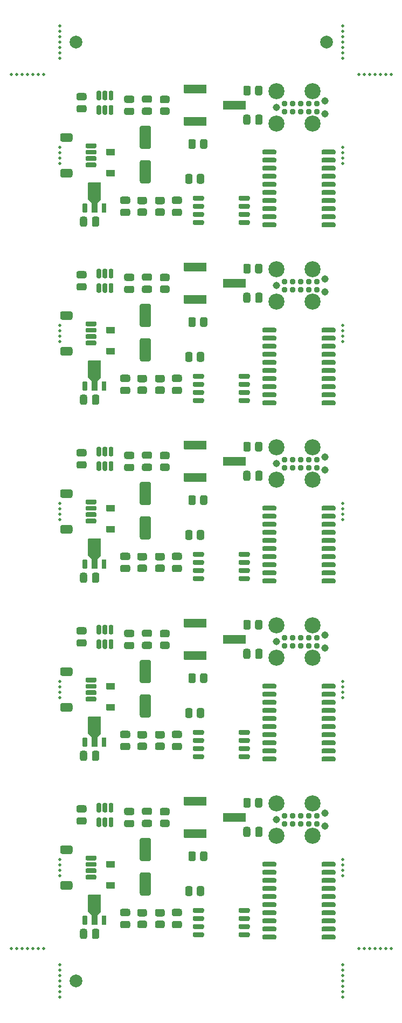
<source format=gts>
G04 #@! TF.GenerationSoftware,KiCad,Pcbnew,6.0.2+dfsg-1*
G04 #@! TF.CreationDate,2023-11-02T10:53:08-06:00*
G04 #@! TF.ProjectId,ckt-dingdong-flash-array,636b742d-6469-46e6-9764-6f6e672d666c,rev?*
G04 #@! TF.SameCoordinates,Original*
G04 #@! TF.FileFunction,Soldermask,Top*
G04 #@! TF.FilePolarity,Negative*
%FSLAX46Y46*%
G04 Gerber Fmt 4.6, Leading zero omitted, Abs format (unit mm)*
G04 Created by KiCad (PCBNEW 6.0.2+dfsg-1) date 2023-11-02 10:53:08*
%MOMM*%
%LPD*%
G01*
G04 APERTURE LIST*
%ADD10C,0.500000*%
%ADD11C,2.527300*%
%ADD12C,1.143000*%
%ADD13C,0.939800*%
%ADD14C,2.000000*%
G04 APERTURE END LIST*
G36*
G01*
X129229000Y-114358800D02*
X130179000Y-114358800D01*
G75*
G02*
X130505200Y-114685000I0J-326200D01*
G01*
X130505200Y-115185000D01*
G75*
G02*
X130179000Y-115511200I-326200J0D01*
G01*
X129229000Y-115511200D01*
G75*
G02*
X128902800Y-115185000I0J326200D01*
G01*
X128902800Y-114685000D01*
G75*
G02*
X129229000Y-114358800I326200J0D01*
G01*
G37*
G36*
G01*
X129229000Y-116258800D02*
X130179000Y-116258800D01*
G75*
G02*
X130505200Y-116585000I0J-326200D01*
G01*
X130505200Y-117085000D01*
G75*
G02*
X130179000Y-117411200I-326200J0D01*
G01*
X129229000Y-117411200D01*
G75*
G02*
X128902800Y-117085000I0J326200D01*
G01*
X128902800Y-116585000D01*
G75*
G02*
X129229000Y-116258800I326200J0D01*
G01*
G37*
D10*
X121195000Y-164780000D03*
X126275000Y-96623333D03*
G36*
G01*
X148985200Y-99433000D02*
X148985200Y-100333000D01*
G75*
G02*
X148659000Y-100659200I-326200J0D01*
G01*
X148134000Y-100659200D01*
G75*
G02*
X147807800Y-100333000I0J326200D01*
G01*
X147807800Y-99433000D01*
G75*
G02*
X148134000Y-99106800I326200J0D01*
G01*
X148659000Y-99106800D01*
G75*
G02*
X148985200Y-99433000I0J-326200D01*
G01*
G37*
G36*
G01*
X147160200Y-99433000D02*
X147160200Y-100333000D01*
G75*
G02*
X146834000Y-100659200I-326200J0D01*
G01*
X146309000Y-100659200D01*
G75*
G02*
X145982800Y-100333000I0J326200D01*
G01*
X145982800Y-99433000D01*
G75*
G02*
X146309000Y-99106800I326200J0D01*
G01*
X146834000Y-99106800D01*
G75*
G02*
X147160200Y-99433000I0J-326200D01*
G01*
G37*
X126275000Y-39050000D03*
G36*
G01*
X137037000Y-161607200D02*
X136087000Y-161607200D01*
G75*
G02*
X135760800Y-161281000I0J326200D01*
G01*
X135760800Y-160781000D01*
G75*
G02*
X136087000Y-160454800I326200J0D01*
G01*
X137037000Y-160454800D01*
G75*
G02*
X137363200Y-160781000I0J-326200D01*
G01*
X137363200Y-161281000D01*
G75*
G02*
X137037000Y-161607200I-326200J0D01*
G01*
G37*
G36*
G01*
X137037000Y-159707200D02*
X136087000Y-159707200D01*
G75*
G02*
X135760800Y-159381000I0J326200D01*
G01*
X135760800Y-158881000D01*
G75*
G02*
X136087000Y-158554800I326200J0D01*
G01*
X137037000Y-158554800D01*
G75*
G02*
X137363200Y-158881000I0J-326200D01*
G01*
X137363200Y-159381000D01*
G75*
G02*
X137037000Y-159707200I-326200J0D01*
G01*
G37*
G36*
G01*
X145858400Y-29232900D02*
X149287400Y-29232900D01*
G75*
G02*
X149363600Y-29309100I0J-76200D01*
G01*
X149363600Y-30502900D01*
G75*
G02*
X149287400Y-30579100I-76200J0D01*
G01*
X145858400Y-30579100D01*
G75*
G02*
X145782200Y-30502900I0J76200D01*
G01*
X145782200Y-29309100D01*
G75*
G02*
X145858400Y-29232900I76200J0D01*
G01*
G37*
G36*
G01*
X152005200Y-31772900D02*
X155459600Y-31772900D01*
G75*
G02*
X155535800Y-31849100I0J-76200D01*
G01*
X155535800Y-33042900D01*
G75*
G02*
X155459600Y-33119100I-76200J0D01*
G01*
X152005200Y-33119100D01*
G75*
G02*
X151929000Y-33042900I0J76200D01*
G01*
X151929000Y-31849100D01*
G75*
G02*
X152005200Y-31772900I76200J0D01*
G01*
G37*
G36*
G01*
X145858400Y-34312900D02*
X149287400Y-34312900D01*
G75*
G02*
X149363600Y-34389100I0J-76200D01*
G01*
X149363600Y-35582900D01*
G75*
G02*
X149287400Y-35659100I-76200J0D01*
G01*
X145858400Y-35659100D01*
G75*
G02*
X145782200Y-35582900I0J76200D01*
G01*
X145782200Y-34389100D01*
G75*
G02*
X145858400Y-34312900I76200J0D01*
G01*
G37*
G36*
G01*
X169618200Y-51092000D02*
X169618200Y-51392000D01*
G75*
G02*
X169392000Y-51618200I-226200J0D01*
G01*
X167642000Y-51618200D01*
G75*
G02*
X167415800Y-51392000I0J226200D01*
G01*
X167415800Y-51092000D01*
G75*
G02*
X167642000Y-50865800I226200J0D01*
G01*
X169392000Y-50865800D01*
G75*
G02*
X169618200Y-51092000I0J-226200D01*
G01*
G37*
G36*
G01*
X169618200Y-49822000D02*
X169618200Y-50122000D01*
G75*
G02*
X169392000Y-50348200I-226200J0D01*
G01*
X167642000Y-50348200D01*
G75*
G02*
X167415800Y-50122000I0J226200D01*
G01*
X167415800Y-49822000D01*
G75*
G02*
X167642000Y-49595800I226200J0D01*
G01*
X169392000Y-49595800D01*
G75*
G02*
X169618200Y-49822000I0J-226200D01*
G01*
G37*
G36*
G01*
X169618200Y-48552000D02*
X169618200Y-48852000D01*
G75*
G02*
X169392000Y-49078200I-226200J0D01*
G01*
X167642000Y-49078200D01*
G75*
G02*
X167415800Y-48852000I0J226200D01*
G01*
X167415800Y-48552000D01*
G75*
G02*
X167642000Y-48325800I226200J0D01*
G01*
X169392000Y-48325800D01*
G75*
G02*
X169618200Y-48552000I0J-226200D01*
G01*
G37*
G36*
G01*
X169618200Y-47282000D02*
X169618200Y-47582000D01*
G75*
G02*
X169392000Y-47808200I-226200J0D01*
G01*
X167642000Y-47808200D01*
G75*
G02*
X167415800Y-47582000I0J226200D01*
G01*
X167415800Y-47282000D01*
G75*
G02*
X167642000Y-47055800I226200J0D01*
G01*
X169392000Y-47055800D01*
G75*
G02*
X169618200Y-47282000I0J-226200D01*
G01*
G37*
G36*
G01*
X169618200Y-46012000D02*
X169618200Y-46312000D01*
G75*
G02*
X169392000Y-46538200I-226200J0D01*
G01*
X167642000Y-46538200D01*
G75*
G02*
X167415800Y-46312000I0J226200D01*
G01*
X167415800Y-46012000D01*
G75*
G02*
X167642000Y-45785800I226200J0D01*
G01*
X169392000Y-45785800D01*
G75*
G02*
X169618200Y-46012000I0J-226200D01*
G01*
G37*
G36*
G01*
X169618200Y-44742000D02*
X169618200Y-45042000D01*
G75*
G02*
X169392000Y-45268200I-226200J0D01*
G01*
X167642000Y-45268200D01*
G75*
G02*
X167415800Y-45042000I0J226200D01*
G01*
X167415800Y-44742000D01*
G75*
G02*
X167642000Y-44515800I226200J0D01*
G01*
X169392000Y-44515800D01*
G75*
G02*
X169618200Y-44742000I0J-226200D01*
G01*
G37*
G36*
G01*
X169618200Y-43472000D02*
X169618200Y-43772000D01*
G75*
G02*
X169392000Y-43998200I-226200J0D01*
G01*
X167642000Y-43998200D01*
G75*
G02*
X167415800Y-43772000I0J226200D01*
G01*
X167415800Y-43472000D01*
G75*
G02*
X167642000Y-43245800I226200J0D01*
G01*
X169392000Y-43245800D01*
G75*
G02*
X169618200Y-43472000I0J-226200D01*
G01*
G37*
G36*
G01*
X169618200Y-42202000D02*
X169618200Y-42502000D01*
G75*
G02*
X169392000Y-42728200I-226200J0D01*
G01*
X167642000Y-42728200D01*
G75*
G02*
X167415800Y-42502000I0J226200D01*
G01*
X167415800Y-42202000D01*
G75*
G02*
X167642000Y-41975800I226200J0D01*
G01*
X169392000Y-41975800D01*
G75*
G02*
X169618200Y-42202000I0J-226200D01*
G01*
G37*
G36*
G01*
X169618200Y-40932000D02*
X169618200Y-41232000D01*
G75*
G02*
X169392000Y-41458200I-226200J0D01*
G01*
X167642000Y-41458200D01*
G75*
G02*
X167415800Y-41232000I0J226200D01*
G01*
X167415800Y-40932000D01*
G75*
G02*
X167642000Y-40705800I226200J0D01*
G01*
X169392000Y-40705800D01*
G75*
G02*
X169618200Y-40932000I0J-226200D01*
G01*
G37*
G36*
G01*
X169618200Y-39662000D02*
X169618200Y-39962000D01*
G75*
G02*
X169392000Y-40188200I-226200J0D01*
G01*
X167642000Y-40188200D01*
G75*
G02*
X167415800Y-39962000I0J226200D01*
G01*
X167415800Y-39662000D01*
G75*
G02*
X167642000Y-39435800I226200J0D01*
G01*
X169392000Y-39435800D01*
G75*
G02*
X169618200Y-39662000I0J-226200D01*
G01*
G37*
G36*
G01*
X160318200Y-39662000D02*
X160318200Y-39962000D01*
G75*
G02*
X160092000Y-40188200I-226200J0D01*
G01*
X158342000Y-40188200D01*
G75*
G02*
X158115800Y-39962000I0J226200D01*
G01*
X158115800Y-39662000D01*
G75*
G02*
X158342000Y-39435800I226200J0D01*
G01*
X160092000Y-39435800D01*
G75*
G02*
X160318200Y-39662000I0J-226200D01*
G01*
G37*
G36*
G01*
X160318200Y-40932000D02*
X160318200Y-41232000D01*
G75*
G02*
X160092000Y-41458200I-226200J0D01*
G01*
X158342000Y-41458200D01*
G75*
G02*
X158115800Y-41232000I0J226200D01*
G01*
X158115800Y-40932000D01*
G75*
G02*
X158342000Y-40705800I226200J0D01*
G01*
X160092000Y-40705800D01*
G75*
G02*
X160318200Y-40932000I0J-226200D01*
G01*
G37*
G36*
G01*
X160318200Y-42202000D02*
X160318200Y-42502000D01*
G75*
G02*
X160092000Y-42728200I-226200J0D01*
G01*
X158342000Y-42728200D01*
G75*
G02*
X158115800Y-42502000I0J226200D01*
G01*
X158115800Y-42202000D01*
G75*
G02*
X158342000Y-41975800I226200J0D01*
G01*
X160092000Y-41975800D01*
G75*
G02*
X160318200Y-42202000I0J-226200D01*
G01*
G37*
G36*
G01*
X160318200Y-43472000D02*
X160318200Y-43772000D01*
G75*
G02*
X160092000Y-43998200I-226200J0D01*
G01*
X158342000Y-43998200D01*
G75*
G02*
X158115800Y-43772000I0J226200D01*
G01*
X158115800Y-43472000D01*
G75*
G02*
X158342000Y-43245800I226200J0D01*
G01*
X160092000Y-43245800D01*
G75*
G02*
X160318200Y-43472000I0J-226200D01*
G01*
G37*
G36*
G01*
X160318200Y-44742000D02*
X160318200Y-45042000D01*
G75*
G02*
X160092000Y-45268200I-226200J0D01*
G01*
X158342000Y-45268200D01*
G75*
G02*
X158115800Y-45042000I0J226200D01*
G01*
X158115800Y-44742000D01*
G75*
G02*
X158342000Y-44515800I226200J0D01*
G01*
X160092000Y-44515800D01*
G75*
G02*
X160318200Y-44742000I0J-226200D01*
G01*
G37*
G36*
G01*
X160318200Y-46012000D02*
X160318200Y-46312000D01*
G75*
G02*
X160092000Y-46538200I-226200J0D01*
G01*
X158342000Y-46538200D01*
G75*
G02*
X158115800Y-46312000I0J226200D01*
G01*
X158115800Y-46012000D01*
G75*
G02*
X158342000Y-45785800I226200J0D01*
G01*
X160092000Y-45785800D01*
G75*
G02*
X160318200Y-46012000I0J-226200D01*
G01*
G37*
G36*
G01*
X160318200Y-47282000D02*
X160318200Y-47582000D01*
G75*
G02*
X160092000Y-47808200I-226200J0D01*
G01*
X158342000Y-47808200D01*
G75*
G02*
X158115800Y-47582000I0J226200D01*
G01*
X158115800Y-47282000D01*
G75*
G02*
X158342000Y-47055800I226200J0D01*
G01*
X160092000Y-47055800D01*
G75*
G02*
X160318200Y-47282000I0J-226200D01*
G01*
G37*
G36*
G01*
X160318200Y-48552000D02*
X160318200Y-48852000D01*
G75*
G02*
X160092000Y-49078200I-226200J0D01*
G01*
X158342000Y-49078200D01*
G75*
G02*
X158115800Y-48852000I0J226200D01*
G01*
X158115800Y-48552000D01*
G75*
G02*
X158342000Y-48325800I226200J0D01*
G01*
X160092000Y-48325800D01*
G75*
G02*
X160318200Y-48552000I0J-226200D01*
G01*
G37*
G36*
G01*
X160318200Y-49822000D02*
X160318200Y-50122000D01*
G75*
G02*
X160092000Y-50348200I-226200J0D01*
G01*
X158342000Y-50348200D01*
G75*
G02*
X158115800Y-50122000I0J226200D01*
G01*
X158115800Y-49822000D01*
G75*
G02*
X158342000Y-49595800I226200J0D01*
G01*
X160092000Y-49595800D01*
G75*
G02*
X160318200Y-49822000I0J-226200D01*
G01*
G37*
G36*
G01*
X160318200Y-51092000D02*
X160318200Y-51392000D01*
G75*
G02*
X160092000Y-51618200I-226200J0D01*
G01*
X158342000Y-51618200D01*
G75*
G02*
X158115800Y-51392000I0J226200D01*
G01*
X158115800Y-51092000D01*
G75*
G02*
X158342000Y-50865800I226200J0D01*
G01*
X160092000Y-50865800D01*
G75*
G02*
X160318200Y-51092000I0J-226200D01*
G01*
G37*
G36*
G01*
X137037000Y-133667200D02*
X136087000Y-133667200D01*
G75*
G02*
X135760800Y-133341000I0J326200D01*
G01*
X135760800Y-132841000D01*
G75*
G02*
X136087000Y-132514800I326200J0D01*
G01*
X137037000Y-132514800D01*
G75*
G02*
X137363200Y-132841000I0J-326200D01*
G01*
X137363200Y-133341000D01*
G75*
G02*
X137037000Y-133667200I-326200J0D01*
G01*
G37*
G36*
G01*
X137037000Y-131767200D02*
X136087000Y-131767200D01*
G75*
G02*
X135760800Y-131441000I0J326200D01*
G01*
X135760800Y-130941000D01*
G75*
G02*
X136087000Y-130614800I326200J0D01*
G01*
X137037000Y-130614800D01*
G75*
G02*
X137363200Y-130941000I0J-326200D01*
G01*
X137363200Y-131441000D01*
G75*
G02*
X137037000Y-131767200I-326200J0D01*
G01*
G37*
X173265000Y-164780000D03*
G36*
G01*
X129447800Y-79149000D02*
X129447800Y-78199000D01*
G75*
G02*
X129774000Y-77872800I326200J0D01*
G01*
X130274000Y-77872800D01*
G75*
G02*
X130600200Y-78199000I0J-326200D01*
G01*
X130600200Y-79149000D01*
G75*
G02*
X130274000Y-79475200I-326200J0D01*
G01*
X129774000Y-79475200D01*
G75*
G02*
X129447800Y-79149000I0J326200D01*
G01*
G37*
G36*
G01*
X131347800Y-79149000D02*
X131347800Y-78199000D01*
G75*
G02*
X131674000Y-77872800I326200J0D01*
G01*
X132174000Y-77872800D01*
G75*
G02*
X132500200Y-78199000I0J-326200D01*
G01*
X132500200Y-79149000D01*
G75*
G02*
X132174000Y-79475200I-326200J0D01*
G01*
X131674000Y-79475200D01*
G75*
G02*
X131347800Y-79149000I0J326200D01*
G01*
G37*
X170724999Y-123716666D03*
G36*
G01*
X129229000Y-86418800D02*
X130179000Y-86418800D01*
G75*
G02*
X130505200Y-86745000I0J-326200D01*
G01*
X130505200Y-87245000D01*
G75*
G02*
X130179000Y-87571200I-326200J0D01*
G01*
X129229000Y-87571200D01*
G75*
G02*
X128902800Y-87245000I0J326200D01*
G01*
X128902800Y-86745000D01*
G75*
G02*
X129229000Y-86418800I326200J0D01*
G01*
G37*
G36*
G01*
X129229000Y-88318800D02*
X130179000Y-88318800D01*
G75*
G02*
X130505200Y-88645000I0J-326200D01*
G01*
X130505200Y-89145000D01*
G75*
G02*
X130179000Y-89471200I-326200J0D01*
G01*
X129229000Y-89471200D01*
G75*
G02*
X128902800Y-89145000I0J326200D01*
G01*
X128902800Y-88645000D01*
G75*
G02*
X129229000Y-88318800I326200J0D01*
G01*
G37*
G36*
G01*
X134876000Y-71579200D02*
X133676000Y-71579200D01*
G75*
G02*
X133599800Y-71503000I0J76200D01*
G01*
X133599800Y-70603000D01*
G75*
G02*
X133676000Y-70526800I76200J0D01*
G01*
X134876000Y-70526800D01*
G75*
G02*
X134952200Y-70603000I0J-76200D01*
G01*
X134952200Y-71503000D01*
G75*
G02*
X134876000Y-71579200I-76200J0D01*
G01*
G37*
G36*
G01*
X134876000Y-68279200D02*
X133676000Y-68279200D01*
G75*
G02*
X133599800Y-68203000I0J76200D01*
G01*
X133599800Y-67303000D01*
G75*
G02*
X133676000Y-67226800I76200J0D01*
G01*
X134876000Y-67226800D01*
G75*
G02*
X134952200Y-67303000I0J-76200D01*
G01*
X134952200Y-68203000D01*
G75*
G02*
X134876000Y-68279200I-76200J0D01*
G01*
G37*
G36*
G01*
X134876000Y-155399200D02*
X133676000Y-155399200D01*
G75*
G02*
X133599800Y-155323000I0J76200D01*
G01*
X133599800Y-154423000D01*
G75*
G02*
X133676000Y-154346800I76200J0D01*
G01*
X134876000Y-154346800D01*
G75*
G02*
X134952200Y-154423000I0J-76200D01*
G01*
X134952200Y-155323000D01*
G75*
G02*
X134876000Y-155399200I-76200J0D01*
G01*
G37*
G36*
G01*
X134876000Y-152099200D02*
X133676000Y-152099200D01*
G75*
G02*
X133599800Y-152023000I0J76200D01*
G01*
X133599800Y-151123000D01*
G75*
G02*
X133676000Y-151046800I76200J0D01*
G01*
X134876000Y-151046800D01*
G75*
G02*
X134952200Y-151123000I0J-76200D01*
G01*
X134952200Y-152023000D01*
G75*
G02*
X134876000Y-152099200I-76200J0D01*
G01*
G37*
D11*
X160311000Y-58227000D03*
X166026000Y-63307000D03*
X160311000Y-63307000D03*
D12*
X167931000Y-59751000D03*
D11*
X166026000Y-58227000D03*
D12*
X160311000Y-60767000D03*
X167931000Y-61783000D03*
D13*
X161581000Y-61402000D03*
X162851000Y-61402000D03*
X164121000Y-61402000D03*
X165391000Y-61402000D03*
X166661000Y-61402000D03*
X166661000Y-60132000D03*
X165391000Y-60132000D03*
X164121000Y-60132000D03*
X162851000Y-60132000D03*
X161581000Y-60132000D03*
G36*
G01*
X169618200Y-134912000D02*
X169618200Y-135212000D01*
G75*
G02*
X169392000Y-135438200I-226200J0D01*
G01*
X167642000Y-135438200D01*
G75*
G02*
X167415800Y-135212000I0J226200D01*
G01*
X167415800Y-134912000D01*
G75*
G02*
X167642000Y-134685800I226200J0D01*
G01*
X169392000Y-134685800D01*
G75*
G02*
X169618200Y-134912000I0J-226200D01*
G01*
G37*
G36*
G01*
X169618200Y-133642000D02*
X169618200Y-133942000D01*
G75*
G02*
X169392000Y-134168200I-226200J0D01*
G01*
X167642000Y-134168200D01*
G75*
G02*
X167415800Y-133942000I0J226200D01*
G01*
X167415800Y-133642000D01*
G75*
G02*
X167642000Y-133415800I226200J0D01*
G01*
X169392000Y-133415800D01*
G75*
G02*
X169618200Y-133642000I0J-226200D01*
G01*
G37*
G36*
G01*
X169618200Y-132372000D02*
X169618200Y-132672000D01*
G75*
G02*
X169392000Y-132898200I-226200J0D01*
G01*
X167642000Y-132898200D01*
G75*
G02*
X167415800Y-132672000I0J226200D01*
G01*
X167415800Y-132372000D01*
G75*
G02*
X167642000Y-132145800I226200J0D01*
G01*
X169392000Y-132145800D01*
G75*
G02*
X169618200Y-132372000I0J-226200D01*
G01*
G37*
G36*
G01*
X169618200Y-131102000D02*
X169618200Y-131402000D01*
G75*
G02*
X169392000Y-131628200I-226200J0D01*
G01*
X167642000Y-131628200D01*
G75*
G02*
X167415800Y-131402000I0J226200D01*
G01*
X167415800Y-131102000D01*
G75*
G02*
X167642000Y-130875800I226200J0D01*
G01*
X169392000Y-130875800D01*
G75*
G02*
X169618200Y-131102000I0J-226200D01*
G01*
G37*
G36*
G01*
X169618200Y-129832000D02*
X169618200Y-130132000D01*
G75*
G02*
X169392000Y-130358200I-226200J0D01*
G01*
X167642000Y-130358200D01*
G75*
G02*
X167415800Y-130132000I0J226200D01*
G01*
X167415800Y-129832000D01*
G75*
G02*
X167642000Y-129605800I226200J0D01*
G01*
X169392000Y-129605800D01*
G75*
G02*
X169618200Y-129832000I0J-226200D01*
G01*
G37*
G36*
G01*
X169618200Y-128562000D02*
X169618200Y-128862000D01*
G75*
G02*
X169392000Y-129088200I-226200J0D01*
G01*
X167642000Y-129088200D01*
G75*
G02*
X167415800Y-128862000I0J226200D01*
G01*
X167415800Y-128562000D01*
G75*
G02*
X167642000Y-128335800I226200J0D01*
G01*
X169392000Y-128335800D01*
G75*
G02*
X169618200Y-128562000I0J-226200D01*
G01*
G37*
G36*
G01*
X169618200Y-127292000D02*
X169618200Y-127592000D01*
G75*
G02*
X169392000Y-127818200I-226200J0D01*
G01*
X167642000Y-127818200D01*
G75*
G02*
X167415800Y-127592000I0J226200D01*
G01*
X167415800Y-127292000D01*
G75*
G02*
X167642000Y-127065800I226200J0D01*
G01*
X169392000Y-127065800D01*
G75*
G02*
X169618200Y-127292000I0J-226200D01*
G01*
G37*
G36*
G01*
X169618200Y-126022000D02*
X169618200Y-126322000D01*
G75*
G02*
X169392000Y-126548200I-226200J0D01*
G01*
X167642000Y-126548200D01*
G75*
G02*
X167415800Y-126322000I0J226200D01*
G01*
X167415800Y-126022000D01*
G75*
G02*
X167642000Y-125795800I226200J0D01*
G01*
X169392000Y-125795800D01*
G75*
G02*
X169618200Y-126022000I0J-226200D01*
G01*
G37*
G36*
G01*
X169618200Y-124752000D02*
X169618200Y-125052000D01*
G75*
G02*
X169392000Y-125278200I-226200J0D01*
G01*
X167642000Y-125278200D01*
G75*
G02*
X167415800Y-125052000I0J226200D01*
G01*
X167415800Y-124752000D01*
G75*
G02*
X167642000Y-124525800I226200J0D01*
G01*
X169392000Y-124525800D01*
G75*
G02*
X169618200Y-124752000I0J-226200D01*
G01*
G37*
G36*
G01*
X169618200Y-123482000D02*
X169618200Y-123782000D01*
G75*
G02*
X169392000Y-124008200I-226200J0D01*
G01*
X167642000Y-124008200D01*
G75*
G02*
X167415800Y-123782000I0J226200D01*
G01*
X167415800Y-123482000D01*
G75*
G02*
X167642000Y-123255800I226200J0D01*
G01*
X169392000Y-123255800D01*
G75*
G02*
X169618200Y-123482000I0J-226200D01*
G01*
G37*
G36*
G01*
X160318200Y-123482000D02*
X160318200Y-123782000D01*
G75*
G02*
X160092000Y-124008200I-226200J0D01*
G01*
X158342000Y-124008200D01*
G75*
G02*
X158115800Y-123782000I0J226200D01*
G01*
X158115800Y-123482000D01*
G75*
G02*
X158342000Y-123255800I226200J0D01*
G01*
X160092000Y-123255800D01*
G75*
G02*
X160318200Y-123482000I0J-226200D01*
G01*
G37*
G36*
G01*
X160318200Y-124752000D02*
X160318200Y-125052000D01*
G75*
G02*
X160092000Y-125278200I-226200J0D01*
G01*
X158342000Y-125278200D01*
G75*
G02*
X158115800Y-125052000I0J226200D01*
G01*
X158115800Y-124752000D01*
G75*
G02*
X158342000Y-124525800I226200J0D01*
G01*
X160092000Y-124525800D01*
G75*
G02*
X160318200Y-124752000I0J-226200D01*
G01*
G37*
G36*
G01*
X160318200Y-126022000D02*
X160318200Y-126322000D01*
G75*
G02*
X160092000Y-126548200I-226200J0D01*
G01*
X158342000Y-126548200D01*
G75*
G02*
X158115800Y-126322000I0J226200D01*
G01*
X158115800Y-126022000D01*
G75*
G02*
X158342000Y-125795800I226200J0D01*
G01*
X160092000Y-125795800D01*
G75*
G02*
X160318200Y-126022000I0J-226200D01*
G01*
G37*
G36*
G01*
X160318200Y-127292000D02*
X160318200Y-127592000D01*
G75*
G02*
X160092000Y-127818200I-226200J0D01*
G01*
X158342000Y-127818200D01*
G75*
G02*
X158115800Y-127592000I0J226200D01*
G01*
X158115800Y-127292000D01*
G75*
G02*
X158342000Y-127065800I226200J0D01*
G01*
X160092000Y-127065800D01*
G75*
G02*
X160318200Y-127292000I0J-226200D01*
G01*
G37*
G36*
G01*
X160318200Y-128562000D02*
X160318200Y-128862000D01*
G75*
G02*
X160092000Y-129088200I-226200J0D01*
G01*
X158342000Y-129088200D01*
G75*
G02*
X158115800Y-128862000I0J226200D01*
G01*
X158115800Y-128562000D01*
G75*
G02*
X158342000Y-128335800I226200J0D01*
G01*
X160092000Y-128335800D01*
G75*
G02*
X160318200Y-128562000I0J-226200D01*
G01*
G37*
G36*
G01*
X160318200Y-129832000D02*
X160318200Y-130132000D01*
G75*
G02*
X160092000Y-130358200I-226200J0D01*
G01*
X158342000Y-130358200D01*
G75*
G02*
X158115800Y-130132000I0J226200D01*
G01*
X158115800Y-129832000D01*
G75*
G02*
X158342000Y-129605800I226200J0D01*
G01*
X160092000Y-129605800D01*
G75*
G02*
X160318200Y-129832000I0J-226200D01*
G01*
G37*
G36*
G01*
X160318200Y-131102000D02*
X160318200Y-131402000D01*
G75*
G02*
X160092000Y-131628200I-226200J0D01*
G01*
X158342000Y-131628200D01*
G75*
G02*
X158115800Y-131402000I0J226200D01*
G01*
X158115800Y-131102000D01*
G75*
G02*
X158342000Y-130875800I226200J0D01*
G01*
X160092000Y-130875800D01*
G75*
G02*
X160318200Y-131102000I0J-226200D01*
G01*
G37*
G36*
G01*
X160318200Y-132372000D02*
X160318200Y-132672000D01*
G75*
G02*
X160092000Y-132898200I-226200J0D01*
G01*
X158342000Y-132898200D01*
G75*
G02*
X158115800Y-132672000I0J226200D01*
G01*
X158115800Y-132372000D01*
G75*
G02*
X158342000Y-132145800I226200J0D01*
G01*
X160092000Y-132145800D01*
G75*
G02*
X160318200Y-132372000I0J-226200D01*
G01*
G37*
G36*
G01*
X160318200Y-133642000D02*
X160318200Y-133942000D01*
G75*
G02*
X160092000Y-134168200I-226200J0D01*
G01*
X158342000Y-134168200D01*
G75*
G02*
X158115800Y-133942000I0J226200D01*
G01*
X158115800Y-133642000D01*
G75*
G02*
X158342000Y-133415800I226200J0D01*
G01*
X160092000Y-133415800D01*
G75*
G02*
X160318200Y-133642000I0J-226200D01*
G01*
G37*
G36*
G01*
X160318200Y-134912000D02*
X160318200Y-135212000D01*
G75*
G02*
X160092000Y-135438200I-226200J0D01*
G01*
X158342000Y-135438200D01*
G75*
G02*
X158115800Y-135212000I0J226200D01*
G01*
X158115800Y-134912000D01*
G75*
G02*
X158342000Y-134685800I226200J0D01*
G01*
X160092000Y-134685800D01*
G75*
G02*
X160318200Y-134912000I0J-226200D01*
G01*
G37*
G36*
G01*
X155126800Y-58550000D02*
X155126800Y-57650000D01*
G75*
G02*
X155453000Y-57323800I326200J0D01*
G01*
X155978000Y-57323800D01*
G75*
G02*
X156304200Y-57650000I0J-326200D01*
G01*
X156304200Y-58550000D01*
G75*
G02*
X155978000Y-58876200I-326200J0D01*
G01*
X155453000Y-58876200D01*
G75*
G02*
X155126800Y-58550000I0J326200D01*
G01*
G37*
G36*
G01*
X156951800Y-58550000D02*
X156951800Y-57650000D01*
G75*
G02*
X157278000Y-57323800I326200J0D01*
G01*
X157803000Y-57323800D01*
G75*
G02*
X158129200Y-57650000I0J-326200D01*
G01*
X158129200Y-58550000D01*
G75*
G02*
X157803000Y-58876200I-326200J0D01*
G01*
X157278000Y-58876200D01*
G75*
G02*
X156951800Y-58550000I0J326200D01*
G01*
G37*
G36*
G01*
X134876000Y-43639200D02*
X133676000Y-43639200D01*
G75*
G02*
X133599800Y-43563000I0J76200D01*
G01*
X133599800Y-42663000D01*
G75*
G02*
X133676000Y-42586800I76200J0D01*
G01*
X134876000Y-42586800D01*
G75*
G02*
X134952200Y-42663000I0J-76200D01*
G01*
X134952200Y-43563000D01*
G75*
G02*
X134876000Y-43639200I-76200J0D01*
G01*
G37*
G36*
G01*
X134876000Y-40339200D02*
X133676000Y-40339200D01*
G75*
G02*
X133599800Y-40263000I0J76200D01*
G01*
X133599800Y-39363000D01*
G75*
G02*
X133676000Y-39286800I76200J0D01*
G01*
X134876000Y-39286800D01*
G75*
G02*
X134952200Y-39363000I0J-76200D01*
G01*
X134952200Y-40263000D01*
G75*
G02*
X134876000Y-40339200I-76200J0D01*
G01*
G37*
G36*
G01*
X138779000Y-130639800D02*
X139679000Y-130639800D01*
G75*
G02*
X140005200Y-130966000I0J-326200D01*
G01*
X140005200Y-131491000D01*
G75*
G02*
X139679000Y-131817200I-326200J0D01*
G01*
X138779000Y-131817200D01*
G75*
G02*
X138452800Y-131491000I0J326200D01*
G01*
X138452800Y-130966000D01*
G75*
G02*
X138779000Y-130639800I326200J0D01*
G01*
G37*
G36*
G01*
X138779000Y-132464800D02*
X139679000Y-132464800D01*
G75*
G02*
X140005200Y-132791000I0J-326200D01*
G01*
X140005200Y-133316000D01*
G75*
G02*
X139679000Y-133642200I-326200J0D01*
G01*
X138779000Y-133642200D01*
G75*
G02*
X138452800Y-133316000I0J326200D01*
G01*
X138452800Y-132791000D01*
G75*
G02*
X138779000Y-132464800I326200J0D01*
G01*
G37*
G36*
G01*
X147198800Y-75141000D02*
X147198800Y-74841000D01*
G75*
G02*
X147425000Y-74614800I226200J0D01*
G01*
X148725000Y-74614800D01*
G75*
G02*
X148951200Y-74841000I0J-226200D01*
G01*
X148951200Y-75141000D01*
G75*
G02*
X148725000Y-75367200I-226200J0D01*
G01*
X147425000Y-75367200D01*
G75*
G02*
X147198800Y-75141000I0J226200D01*
G01*
G37*
G36*
G01*
X147198800Y-76411000D02*
X147198800Y-76111000D01*
G75*
G02*
X147425000Y-75884800I226200J0D01*
G01*
X148725000Y-75884800D01*
G75*
G02*
X148951200Y-76111000I0J-226200D01*
G01*
X148951200Y-76411000D01*
G75*
G02*
X148725000Y-76637200I-226200J0D01*
G01*
X147425000Y-76637200D01*
G75*
G02*
X147198800Y-76411000I0J226200D01*
G01*
G37*
G36*
G01*
X147198800Y-77681000D02*
X147198800Y-77381000D01*
G75*
G02*
X147425000Y-77154800I226200J0D01*
G01*
X148725000Y-77154800D01*
G75*
G02*
X148951200Y-77381000I0J-226200D01*
G01*
X148951200Y-77681000D01*
G75*
G02*
X148725000Y-77907200I-226200J0D01*
G01*
X147425000Y-77907200D01*
G75*
G02*
X147198800Y-77681000I0J226200D01*
G01*
G37*
G36*
G01*
X147198800Y-78951000D02*
X147198800Y-78651000D01*
G75*
G02*
X147425000Y-78424800I226200J0D01*
G01*
X148725000Y-78424800D01*
G75*
G02*
X148951200Y-78651000I0J-226200D01*
G01*
X148951200Y-78951000D01*
G75*
G02*
X148725000Y-79177200I-226200J0D01*
G01*
X147425000Y-79177200D01*
G75*
G02*
X147198800Y-78951000I0J226200D01*
G01*
G37*
G36*
G01*
X154398800Y-78951000D02*
X154398800Y-78651000D01*
G75*
G02*
X154625000Y-78424800I226200J0D01*
G01*
X155925000Y-78424800D01*
G75*
G02*
X156151200Y-78651000I0J-226200D01*
G01*
X156151200Y-78951000D01*
G75*
G02*
X155925000Y-79177200I-226200J0D01*
G01*
X154625000Y-79177200D01*
G75*
G02*
X154398800Y-78951000I0J226200D01*
G01*
G37*
G36*
G01*
X154398800Y-77681000D02*
X154398800Y-77381000D01*
G75*
G02*
X154625000Y-77154800I226200J0D01*
G01*
X155925000Y-77154800D01*
G75*
G02*
X156151200Y-77381000I0J-226200D01*
G01*
X156151200Y-77681000D01*
G75*
G02*
X155925000Y-77907200I-226200J0D01*
G01*
X154625000Y-77907200D01*
G75*
G02*
X154398800Y-77681000I0J226200D01*
G01*
G37*
G36*
G01*
X154398800Y-76411000D02*
X154398800Y-76111000D01*
G75*
G02*
X154625000Y-75884800I226200J0D01*
G01*
X155925000Y-75884800D01*
G75*
G02*
X156151200Y-76111000I0J-226200D01*
G01*
X156151200Y-76411000D01*
G75*
G02*
X155925000Y-76637200I-226200J0D01*
G01*
X154625000Y-76637200D01*
G75*
G02*
X154398800Y-76411000I0J226200D01*
G01*
G37*
G36*
G01*
X154398800Y-75141000D02*
X154398800Y-74841000D01*
G75*
G02*
X154625000Y-74614800I226200J0D01*
G01*
X155925000Y-74614800D01*
G75*
G02*
X156151200Y-74841000I0J-226200D01*
G01*
X156151200Y-75141000D01*
G75*
G02*
X155925000Y-75367200I-226200J0D01*
G01*
X154625000Y-75367200D01*
G75*
G02*
X154398800Y-75141000I0J226200D01*
G01*
G37*
D10*
X173265000Y-27620000D03*
X126275000Y-39896667D03*
G36*
G01*
X142335000Y-114784800D02*
X143235000Y-114784800D01*
G75*
G02*
X143561200Y-115111000I0J-326200D01*
G01*
X143561200Y-115636000D01*
G75*
G02*
X143235000Y-115962200I-326200J0D01*
G01*
X142335000Y-115962200D01*
G75*
G02*
X142008800Y-115636000I0J326200D01*
G01*
X142008800Y-115111000D01*
G75*
G02*
X142335000Y-114784800I326200J0D01*
G01*
G37*
G36*
G01*
X142335000Y-116609800D02*
X143235000Y-116609800D01*
G75*
G02*
X143561200Y-116936000I0J-326200D01*
G01*
X143561200Y-117461000D01*
G75*
G02*
X143235000Y-117787200I-326200J0D01*
G01*
X142335000Y-117787200D01*
G75*
G02*
X142008800Y-117461000I0J326200D01*
G01*
X142008800Y-116936000D01*
G75*
G02*
X142335000Y-116609800I326200J0D01*
G01*
G37*
X119501667Y-164780000D03*
X174111666Y-27620000D03*
X126275000Y-21693334D03*
G36*
G01*
X146490800Y-38992000D02*
X146490800Y-38092000D01*
G75*
G02*
X146817000Y-37765800I326200J0D01*
G01*
X147342000Y-37765800D01*
G75*
G02*
X147668200Y-38092000I0J-326200D01*
G01*
X147668200Y-38992000D01*
G75*
G02*
X147342000Y-39318200I-326200J0D01*
G01*
X146817000Y-39318200D01*
G75*
G02*
X146490800Y-38992000I0J326200D01*
G01*
G37*
G36*
G01*
X148315800Y-38992000D02*
X148315800Y-38092000D01*
G75*
G02*
X148642000Y-37765800I326200J0D01*
G01*
X149167000Y-37765800D01*
G75*
G02*
X149493200Y-38092000I0J-326200D01*
G01*
X149493200Y-38992000D01*
G75*
G02*
X149167000Y-39318200I-326200J0D01*
G01*
X148642000Y-39318200D01*
G75*
G02*
X148315800Y-38992000I0J326200D01*
G01*
G37*
G36*
G01*
X146490800Y-150752000D02*
X146490800Y-149852000D01*
G75*
G02*
X146817000Y-149525800I326200J0D01*
G01*
X147342000Y-149525800D01*
G75*
G02*
X147668200Y-149852000I0J-326200D01*
G01*
X147668200Y-150752000D01*
G75*
G02*
X147342000Y-151078200I-326200J0D01*
G01*
X146817000Y-151078200D01*
G75*
G02*
X146490800Y-150752000I0J326200D01*
G01*
G37*
G36*
G01*
X148315800Y-150752000D02*
X148315800Y-149852000D01*
G75*
G02*
X148642000Y-149525800I326200J0D01*
G01*
X149167000Y-149525800D01*
G75*
G02*
X149493200Y-149852000I0J-326200D01*
G01*
X149493200Y-150752000D01*
G75*
G02*
X149167000Y-151078200I-326200J0D01*
G01*
X148642000Y-151078200D01*
G75*
G02*
X148315800Y-150752000I0J326200D01*
G01*
G37*
X126275000Y-125410000D03*
X170724999Y-97470000D03*
X119501667Y-27620000D03*
X177498333Y-27620000D03*
G36*
G01*
X145858400Y-140992900D02*
X149287400Y-140992900D01*
G75*
G02*
X149363600Y-141069100I0J-76200D01*
G01*
X149363600Y-142262900D01*
G75*
G02*
X149287400Y-142339100I-76200J0D01*
G01*
X145858400Y-142339100D01*
G75*
G02*
X145782200Y-142262900I0J76200D01*
G01*
X145782200Y-141069100D01*
G75*
G02*
X145858400Y-140992900I76200J0D01*
G01*
G37*
G36*
G01*
X152005200Y-143532900D02*
X155459600Y-143532900D01*
G75*
G02*
X155535800Y-143609100I0J-76200D01*
G01*
X155535800Y-144802900D01*
G75*
G02*
X155459600Y-144879100I-76200J0D01*
G01*
X152005200Y-144879100D01*
G75*
G02*
X151929000Y-144802900I0J76200D01*
G01*
X151929000Y-143609100D01*
G75*
G02*
X152005200Y-143532900I76200J0D01*
G01*
G37*
G36*
G01*
X145858400Y-146072900D02*
X149287400Y-146072900D01*
G75*
G02*
X149363600Y-146149100I0J-76200D01*
G01*
X149363600Y-147342900D01*
G75*
G02*
X149287400Y-147419100I-76200J0D01*
G01*
X145858400Y-147419100D01*
G75*
G02*
X145782200Y-147342900I0J76200D01*
G01*
X145782200Y-146149100D01*
G75*
G02*
X145858400Y-146072900I76200J0D01*
G01*
G37*
X176651666Y-27620000D03*
X126275000Y-171553333D03*
G36*
G01*
X158154200Y-146017000D02*
X158154200Y-146967000D01*
G75*
G02*
X157828000Y-147293200I-326200J0D01*
G01*
X157328000Y-147293200D01*
G75*
G02*
X157001800Y-146967000I0J326200D01*
G01*
X157001800Y-146017000D01*
G75*
G02*
X157328000Y-145690800I326200J0D01*
G01*
X157828000Y-145690800D01*
G75*
G02*
X158154200Y-146017000I0J-326200D01*
G01*
G37*
G36*
G01*
X156254200Y-146017000D02*
X156254200Y-146967000D01*
G75*
G02*
X155928000Y-147293200I-326200J0D01*
G01*
X155428000Y-147293200D01*
G75*
G02*
X155101800Y-146967000I0J326200D01*
G01*
X155101800Y-146017000D01*
G75*
G02*
X155428000Y-145690800I326200J0D01*
G01*
X155928000Y-145690800D01*
G75*
G02*
X156254200Y-146017000I0J-326200D01*
G01*
G37*
G36*
G01*
X155126800Y-86490000D02*
X155126800Y-85590000D01*
G75*
G02*
X155453000Y-85263800I326200J0D01*
G01*
X155978000Y-85263800D01*
G75*
G02*
X156304200Y-85590000I0J-326200D01*
G01*
X156304200Y-86490000D01*
G75*
G02*
X155978000Y-86816200I-326200J0D01*
G01*
X155453000Y-86816200D01*
G75*
G02*
X155126800Y-86490000I0J326200D01*
G01*
G37*
G36*
G01*
X156951800Y-86490000D02*
X156951800Y-85590000D01*
G75*
G02*
X157278000Y-85263800I326200J0D01*
G01*
X157803000Y-85263800D01*
G75*
G02*
X158129200Y-85590000I0J-326200D01*
G01*
X158129200Y-86490000D01*
G75*
G02*
X157803000Y-86816200I-326200J0D01*
G01*
X157278000Y-86816200D01*
G75*
G02*
X156951800Y-86490000I0J326200D01*
G01*
G37*
X126275000Y-67836666D03*
G36*
G01*
X158154200Y-118077000D02*
X158154200Y-119027000D01*
G75*
G02*
X157828000Y-119353200I-326200J0D01*
G01*
X157328000Y-119353200D01*
G75*
G02*
X157001800Y-119027000I0J326200D01*
G01*
X157001800Y-118077000D01*
G75*
G02*
X157328000Y-117750800I326200J0D01*
G01*
X157828000Y-117750800D01*
G75*
G02*
X158154200Y-118077000I0J-326200D01*
G01*
G37*
G36*
G01*
X156254200Y-118077000D02*
X156254200Y-119027000D01*
G75*
G02*
X155928000Y-119353200I-326200J0D01*
G01*
X155428000Y-119353200D01*
G75*
G02*
X155101800Y-119027000I0J326200D01*
G01*
X155101800Y-118077000D01*
G75*
G02*
X155428000Y-117750800I326200J0D01*
G01*
X155928000Y-117750800D01*
G75*
G02*
X156254200Y-118077000I0J-326200D01*
G01*
G37*
X121195000Y-27620000D03*
G36*
G01*
X158154200Y-34257000D02*
X158154200Y-35207000D01*
G75*
G02*
X157828000Y-35533200I-326200J0D01*
G01*
X157328000Y-35533200D01*
G75*
G02*
X157001800Y-35207000I0J326200D01*
G01*
X157001800Y-34257000D01*
G75*
G02*
X157328000Y-33930800I326200J0D01*
G01*
X157828000Y-33930800D01*
G75*
G02*
X158154200Y-34257000I0J-326200D01*
G01*
G37*
G36*
G01*
X156254200Y-34257000D02*
X156254200Y-35207000D01*
G75*
G02*
X155928000Y-35533200I-326200J0D01*
G01*
X155428000Y-35533200D01*
G75*
G02*
X155101800Y-35207000I0J326200D01*
G01*
X155101800Y-34257000D01*
G75*
G02*
X155428000Y-33930800I326200J0D01*
G01*
X155928000Y-33930800D01*
G75*
G02*
X156254200Y-34257000I0J-326200D01*
G01*
G37*
G36*
G01*
X169618200Y-106972000D02*
X169618200Y-107272000D01*
G75*
G02*
X169392000Y-107498200I-226200J0D01*
G01*
X167642000Y-107498200D01*
G75*
G02*
X167415800Y-107272000I0J226200D01*
G01*
X167415800Y-106972000D01*
G75*
G02*
X167642000Y-106745800I226200J0D01*
G01*
X169392000Y-106745800D01*
G75*
G02*
X169618200Y-106972000I0J-226200D01*
G01*
G37*
G36*
G01*
X169618200Y-105702000D02*
X169618200Y-106002000D01*
G75*
G02*
X169392000Y-106228200I-226200J0D01*
G01*
X167642000Y-106228200D01*
G75*
G02*
X167415800Y-106002000I0J226200D01*
G01*
X167415800Y-105702000D01*
G75*
G02*
X167642000Y-105475800I226200J0D01*
G01*
X169392000Y-105475800D01*
G75*
G02*
X169618200Y-105702000I0J-226200D01*
G01*
G37*
G36*
G01*
X169618200Y-104432000D02*
X169618200Y-104732000D01*
G75*
G02*
X169392000Y-104958200I-226200J0D01*
G01*
X167642000Y-104958200D01*
G75*
G02*
X167415800Y-104732000I0J226200D01*
G01*
X167415800Y-104432000D01*
G75*
G02*
X167642000Y-104205800I226200J0D01*
G01*
X169392000Y-104205800D01*
G75*
G02*
X169618200Y-104432000I0J-226200D01*
G01*
G37*
G36*
G01*
X169618200Y-103162000D02*
X169618200Y-103462000D01*
G75*
G02*
X169392000Y-103688200I-226200J0D01*
G01*
X167642000Y-103688200D01*
G75*
G02*
X167415800Y-103462000I0J226200D01*
G01*
X167415800Y-103162000D01*
G75*
G02*
X167642000Y-102935800I226200J0D01*
G01*
X169392000Y-102935800D01*
G75*
G02*
X169618200Y-103162000I0J-226200D01*
G01*
G37*
G36*
G01*
X169618200Y-101892000D02*
X169618200Y-102192000D01*
G75*
G02*
X169392000Y-102418200I-226200J0D01*
G01*
X167642000Y-102418200D01*
G75*
G02*
X167415800Y-102192000I0J226200D01*
G01*
X167415800Y-101892000D01*
G75*
G02*
X167642000Y-101665800I226200J0D01*
G01*
X169392000Y-101665800D01*
G75*
G02*
X169618200Y-101892000I0J-226200D01*
G01*
G37*
G36*
G01*
X169618200Y-100622000D02*
X169618200Y-100922000D01*
G75*
G02*
X169392000Y-101148200I-226200J0D01*
G01*
X167642000Y-101148200D01*
G75*
G02*
X167415800Y-100922000I0J226200D01*
G01*
X167415800Y-100622000D01*
G75*
G02*
X167642000Y-100395800I226200J0D01*
G01*
X169392000Y-100395800D01*
G75*
G02*
X169618200Y-100622000I0J-226200D01*
G01*
G37*
G36*
G01*
X169618200Y-99352000D02*
X169618200Y-99652000D01*
G75*
G02*
X169392000Y-99878200I-226200J0D01*
G01*
X167642000Y-99878200D01*
G75*
G02*
X167415800Y-99652000I0J226200D01*
G01*
X167415800Y-99352000D01*
G75*
G02*
X167642000Y-99125800I226200J0D01*
G01*
X169392000Y-99125800D01*
G75*
G02*
X169618200Y-99352000I0J-226200D01*
G01*
G37*
G36*
G01*
X169618200Y-98082000D02*
X169618200Y-98382000D01*
G75*
G02*
X169392000Y-98608200I-226200J0D01*
G01*
X167642000Y-98608200D01*
G75*
G02*
X167415800Y-98382000I0J226200D01*
G01*
X167415800Y-98082000D01*
G75*
G02*
X167642000Y-97855800I226200J0D01*
G01*
X169392000Y-97855800D01*
G75*
G02*
X169618200Y-98082000I0J-226200D01*
G01*
G37*
G36*
G01*
X169618200Y-96812000D02*
X169618200Y-97112000D01*
G75*
G02*
X169392000Y-97338200I-226200J0D01*
G01*
X167642000Y-97338200D01*
G75*
G02*
X167415800Y-97112000I0J226200D01*
G01*
X167415800Y-96812000D01*
G75*
G02*
X167642000Y-96585800I226200J0D01*
G01*
X169392000Y-96585800D01*
G75*
G02*
X169618200Y-96812000I0J-226200D01*
G01*
G37*
G36*
G01*
X169618200Y-95542000D02*
X169618200Y-95842000D01*
G75*
G02*
X169392000Y-96068200I-226200J0D01*
G01*
X167642000Y-96068200D01*
G75*
G02*
X167415800Y-95842000I0J226200D01*
G01*
X167415800Y-95542000D01*
G75*
G02*
X167642000Y-95315800I226200J0D01*
G01*
X169392000Y-95315800D01*
G75*
G02*
X169618200Y-95542000I0J-226200D01*
G01*
G37*
G36*
G01*
X160318200Y-95542000D02*
X160318200Y-95842000D01*
G75*
G02*
X160092000Y-96068200I-226200J0D01*
G01*
X158342000Y-96068200D01*
G75*
G02*
X158115800Y-95842000I0J226200D01*
G01*
X158115800Y-95542000D01*
G75*
G02*
X158342000Y-95315800I226200J0D01*
G01*
X160092000Y-95315800D01*
G75*
G02*
X160318200Y-95542000I0J-226200D01*
G01*
G37*
G36*
G01*
X160318200Y-96812000D02*
X160318200Y-97112000D01*
G75*
G02*
X160092000Y-97338200I-226200J0D01*
G01*
X158342000Y-97338200D01*
G75*
G02*
X158115800Y-97112000I0J226200D01*
G01*
X158115800Y-96812000D01*
G75*
G02*
X158342000Y-96585800I226200J0D01*
G01*
X160092000Y-96585800D01*
G75*
G02*
X160318200Y-96812000I0J-226200D01*
G01*
G37*
G36*
G01*
X160318200Y-98082000D02*
X160318200Y-98382000D01*
G75*
G02*
X160092000Y-98608200I-226200J0D01*
G01*
X158342000Y-98608200D01*
G75*
G02*
X158115800Y-98382000I0J226200D01*
G01*
X158115800Y-98082000D01*
G75*
G02*
X158342000Y-97855800I226200J0D01*
G01*
X160092000Y-97855800D01*
G75*
G02*
X160318200Y-98082000I0J-226200D01*
G01*
G37*
G36*
G01*
X160318200Y-99352000D02*
X160318200Y-99652000D01*
G75*
G02*
X160092000Y-99878200I-226200J0D01*
G01*
X158342000Y-99878200D01*
G75*
G02*
X158115800Y-99652000I0J226200D01*
G01*
X158115800Y-99352000D01*
G75*
G02*
X158342000Y-99125800I226200J0D01*
G01*
X160092000Y-99125800D01*
G75*
G02*
X160318200Y-99352000I0J-226200D01*
G01*
G37*
G36*
G01*
X160318200Y-100622000D02*
X160318200Y-100922000D01*
G75*
G02*
X160092000Y-101148200I-226200J0D01*
G01*
X158342000Y-101148200D01*
G75*
G02*
X158115800Y-100922000I0J226200D01*
G01*
X158115800Y-100622000D01*
G75*
G02*
X158342000Y-100395800I226200J0D01*
G01*
X160092000Y-100395800D01*
G75*
G02*
X160318200Y-100622000I0J-226200D01*
G01*
G37*
G36*
G01*
X160318200Y-101892000D02*
X160318200Y-102192000D01*
G75*
G02*
X160092000Y-102418200I-226200J0D01*
G01*
X158342000Y-102418200D01*
G75*
G02*
X158115800Y-102192000I0J226200D01*
G01*
X158115800Y-101892000D01*
G75*
G02*
X158342000Y-101665800I226200J0D01*
G01*
X160092000Y-101665800D01*
G75*
G02*
X160318200Y-101892000I0J-226200D01*
G01*
G37*
G36*
G01*
X160318200Y-103162000D02*
X160318200Y-103462000D01*
G75*
G02*
X160092000Y-103688200I-226200J0D01*
G01*
X158342000Y-103688200D01*
G75*
G02*
X158115800Y-103462000I0J226200D01*
G01*
X158115800Y-103162000D01*
G75*
G02*
X158342000Y-102935800I226200J0D01*
G01*
X160092000Y-102935800D01*
G75*
G02*
X160318200Y-103162000I0J-226200D01*
G01*
G37*
G36*
G01*
X160318200Y-104432000D02*
X160318200Y-104732000D01*
G75*
G02*
X160092000Y-104958200I-226200J0D01*
G01*
X158342000Y-104958200D01*
G75*
G02*
X158115800Y-104732000I0J226200D01*
G01*
X158115800Y-104432000D01*
G75*
G02*
X158342000Y-104205800I226200J0D01*
G01*
X160092000Y-104205800D01*
G75*
G02*
X160318200Y-104432000I0J-226200D01*
G01*
G37*
G36*
G01*
X160318200Y-105702000D02*
X160318200Y-106002000D01*
G75*
G02*
X160092000Y-106228200I-226200J0D01*
G01*
X158342000Y-106228200D01*
G75*
G02*
X158115800Y-106002000I0J226200D01*
G01*
X158115800Y-105702000D01*
G75*
G02*
X158342000Y-105475800I226200J0D01*
G01*
X160092000Y-105475800D01*
G75*
G02*
X160318200Y-105702000I0J-226200D01*
G01*
G37*
G36*
G01*
X160318200Y-106972000D02*
X160318200Y-107272000D01*
G75*
G02*
X160092000Y-107498200I-226200J0D01*
G01*
X158342000Y-107498200D01*
G75*
G02*
X158115800Y-107272000I0J226200D01*
G01*
X158115800Y-106972000D01*
G75*
G02*
X158342000Y-106745800I226200J0D01*
G01*
X160092000Y-106745800D01*
G75*
G02*
X160318200Y-106972000I0J-226200D01*
G01*
G37*
X170724999Y-122870000D03*
X126275000Y-170706666D03*
G36*
G01*
X137037000Y-77787200D02*
X136087000Y-77787200D01*
G75*
G02*
X135760800Y-77461000I0J326200D01*
G01*
X135760800Y-76961000D01*
G75*
G02*
X136087000Y-76634800I326200J0D01*
G01*
X137037000Y-76634800D01*
G75*
G02*
X137363200Y-76961000I0J-326200D01*
G01*
X137363200Y-77461000D01*
G75*
G02*
X137037000Y-77787200I-326200J0D01*
G01*
G37*
G36*
G01*
X137037000Y-75887200D02*
X136087000Y-75887200D01*
G75*
G02*
X135760800Y-75561000I0J326200D01*
G01*
X135760800Y-75061000D01*
G75*
G02*
X136087000Y-74734800I326200J0D01*
G01*
X137037000Y-74734800D01*
G75*
G02*
X137363200Y-75061000I0J-326200D01*
G01*
X137363200Y-75561000D01*
G75*
G02*
X137037000Y-75887200I-326200J0D01*
G01*
G37*
X126275000Y-152503333D03*
G36*
G01*
X169618200Y-162852000D02*
X169618200Y-163152000D01*
G75*
G02*
X169392000Y-163378200I-226200J0D01*
G01*
X167642000Y-163378200D01*
G75*
G02*
X167415800Y-163152000I0J226200D01*
G01*
X167415800Y-162852000D01*
G75*
G02*
X167642000Y-162625800I226200J0D01*
G01*
X169392000Y-162625800D01*
G75*
G02*
X169618200Y-162852000I0J-226200D01*
G01*
G37*
G36*
G01*
X169618200Y-161582000D02*
X169618200Y-161882000D01*
G75*
G02*
X169392000Y-162108200I-226200J0D01*
G01*
X167642000Y-162108200D01*
G75*
G02*
X167415800Y-161882000I0J226200D01*
G01*
X167415800Y-161582000D01*
G75*
G02*
X167642000Y-161355800I226200J0D01*
G01*
X169392000Y-161355800D01*
G75*
G02*
X169618200Y-161582000I0J-226200D01*
G01*
G37*
G36*
G01*
X169618200Y-160312000D02*
X169618200Y-160612000D01*
G75*
G02*
X169392000Y-160838200I-226200J0D01*
G01*
X167642000Y-160838200D01*
G75*
G02*
X167415800Y-160612000I0J226200D01*
G01*
X167415800Y-160312000D01*
G75*
G02*
X167642000Y-160085800I226200J0D01*
G01*
X169392000Y-160085800D01*
G75*
G02*
X169618200Y-160312000I0J-226200D01*
G01*
G37*
G36*
G01*
X169618200Y-159042000D02*
X169618200Y-159342000D01*
G75*
G02*
X169392000Y-159568200I-226200J0D01*
G01*
X167642000Y-159568200D01*
G75*
G02*
X167415800Y-159342000I0J226200D01*
G01*
X167415800Y-159042000D01*
G75*
G02*
X167642000Y-158815800I226200J0D01*
G01*
X169392000Y-158815800D01*
G75*
G02*
X169618200Y-159042000I0J-226200D01*
G01*
G37*
G36*
G01*
X169618200Y-157772000D02*
X169618200Y-158072000D01*
G75*
G02*
X169392000Y-158298200I-226200J0D01*
G01*
X167642000Y-158298200D01*
G75*
G02*
X167415800Y-158072000I0J226200D01*
G01*
X167415800Y-157772000D01*
G75*
G02*
X167642000Y-157545800I226200J0D01*
G01*
X169392000Y-157545800D01*
G75*
G02*
X169618200Y-157772000I0J-226200D01*
G01*
G37*
G36*
G01*
X169618200Y-156502000D02*
X169618200Y-156802000D01*
G75*
G02*
X169392000Y-157028200I-226200J0D01*
G01*
X167642000Y-157028200D01*
G75*
G02*
X167415800Y-156802000I0J226200D01*
G01*
X167415800Y-156502000D01*
G75*
G02*
X167642000Y-156275800I226200J0D01*
G01*
X169392000Y-156275800D01*
G75*
G02*
X169618200Y-156502000I0J-226200D01*
G01*
G37*
G36*
G01*
X169618200Y-155232000D02*
X169618200Y-155532000D01*
G75*
G02*
X169392000Y-155758200I-226200J0D01*
G01*
X167642000Y-155758200D01*
G75*
G02*
X167415800Y-155532000I0J226200D01*
G01*
X167415800Y-155232000D01*
G75*
G02*
X167642000Y-155005800I226200J0D01*
G01*
X169392000Y-155005800D01*
G75*
G02*
X169618200Y-155232000I0J-226200D01*
G01*
G37*
G36*
G01*
X169618200Y-153962000D02*
X169618200Y-154262000D01*
G75*
G02*
X169392000Y-154488200I-226200J0D01*
G01*
X167642000Y-154488200D01*
G75*
G02*
X167415800Y-154262000I0J226200D01*
G01*
X167415800Y-153962000D01*
G75*
G02*
X167642000Y-153735800I226200J0D01*
G01*
X169392000Y-153735800D01*
G75*
G02*
X169618200Y-153962000I0J-226200D01*
G01*
G37*
G36*
G01*
X169618200Y-152692000D02*
X169618200Y-152992000D01*
G75*
G02*
X169392000Y-153218200I-226200J0D01*
G01*
X167642000Y-153218200D01*
G75*
G02*
X167415800Y-152992000I0J226200D01*
G01*
X167415800Y-152692000D01*
G75*
G02*
X167642000Y-152465800I226200J0D01*
G01*
X169392000Y-152465800D01*
G75*
G02*
X169618200Y-152692000I0J-226200D01*
G01*
G37*
G36*
G01*
X169618200Y-151422000D02*
X169618200Y-151722000D01*
G75*
G02*
X169392000Y-151948200I-226200J0D01*
G01*
X167642000Y-151948200D01*
G75*
G02*
X167415800Y-151722000I0J226200D01*
G01*
X167415800Y-151422000D01*
G75*
G02*
X167642000Y-151195800I226200J0D01*
G01*
X169392000Y-151195800D01*
G75*
G02*
X169618200Y-151422000I0J-226200D01*
G01*
G37*
G36*
G01*
X160318200Y-151422000D02*
X160318200Y-151722000D01*
G75*
G02*
X160092000Y-151948200I-226200J0D01*
G01*
X158342000Y-151948200D01*
G75*
G02*
X158115800Y-151722000I0J226200D01*
G01*
X158115800Y-151422000D01*
G75*
G02*
X158342000Y-151195800I226200J0D01*
G01*
X160092000Y-151195800D01*
G75*
G02*
X160318200Y-151422000I0J-226200D01*
G01*
G37*
G36*
G01*
X160318200Y-152692000D02*
X160318200Y-152992000D01*
G75*
G02*
X160092000Y-153218200I-226200J0D01*
G01*
X158342000Y-153218200D01*
G75*
G02*
X158115800Y-152992000I0J226200D01*
G01*
X158115800Y-152692000D01*
G75*
G02*
X158342000Y-152465800I226200J0D01*
G01*
X160092000Y-152465800D01*
G75*
G02*
X160318200Y-152692000I0J-226200D01*
G01*
G37*
G36*
G01*
X160318200Y-153962000D02*
X160318200Y-154262000D01*
G75*
G02*
X160092000Y-154488200I-226200J0D01*
G01*
X158342000Y-154488200D01*
G75*
G02*
X158115800Y-154262000I0J226200D01*
G01*
X158115800Y-153962000D01*
G75*
G02*
X158342000Y-153735800I226200J0D01*
G01*
X160092000Y-153735800D01*
G75*
G02*
X160318200Y-153962000I0J-226200D01*
G01*
G37*
G36*
G01*
X160318200Y-155232000D02*
X160318200Y-155532000D01*
G75*
G02*
X160092000Y-155758200I-226200J0D01*
G01*
X158342000Y-155758200D01*
G75*
G02*
X158115800Y-155532000I0J226200D01*
G01*
X158115800Y-155232000D01*
G75*
G02*
X158342000Y-155005800I226200J0D01*
G01*
X160092000Y-155005800D01*
G75*
G02*
X160318200Y-155232000I0J-226200D01*
G01*
G37*
G36*
G01*
X160318200Y-156502000D02*
X160318200Y-156802000D01*
G75*
G02*
X160092000Y-157028200I-226200J0D01*
G01*
X158342000Y-157028200D01*
G75*
G02*
X158115800Y-156802000I0J226200D01*
G01*
X158115800Y-156502000D01*
G75*
G02*
X158342000Y-156275800I226200J0D01*
G01*
X160092000Y-156275800D01*
G75*
G02*
X160318200Y-156502000I0J-226200D01*
G01*
G37*
G36*
G01*
X160318200Y-157772000D02*
X160318200Y-158072000D01*
G75*
G02*
X160092000Y-158298200I-226200J0D01*
G01*
X158342000Y-158298200D01*
G75*
G02*
X158115800Y-158072000I0J226200D01*
G01*
X158115800Y-157772000D01*
G75*
G02*
X158342000Y-157545800I226200J0D01*
G01*
X160092000Y-157545800D01*
G75*
G02*
X160318200Y-157772000I0J-226200D01*
G01*
G37*
G36*
G01*
X160318200Y-159042000D02*
X160318200Y-159342000D01*
G75*
G02*
X160092000Y-159568200I-226200J0D01*
G01*
X158342000Y-159568200D01*
G75*
G02*
X158115800Y-159342000I0J226200D01*
G01*
X158115800Y-159042000D01*
G75*
G02*
X158342000Y-158815800I226200J0D01*
G01*
X160092000Y-158815800D01*
G75*
G02*
X160318200Y-159042000I0J-226200D01*
G01*
G37*
G36*
G01*
X160318200Y-160312000D02*
X160318200Y-160612000D01*
G75*
G02*
X160092000Y-160838200I-226200J0D01*
G01*
X158342000Y-160838200D01*
G75*
G02*
X158115800Y-160612000I0J226200D01*
G01*
X158115800Y-160312000D01*
G75*
G02*
X158342000Y-160085800I226200J0D01*
G01*
X160092000Y-160085800D01*
G75*
G02*
X160318200Y-160312000I0J-226200D01*
G01*
G37*
G36*
G01*
X160318200Y-161582000D02*
X160318200Y-161882000D01*
G75*
G02*
X160092000Y-162108200I-226200J0D01*
G01*
X158342000Y-162108200D01*
G75*
G02*
X158115800Y-161882000I0J226200D01*
G01*
X158115800Y-161582000D01*
G75*
G02*
X158342000Y-161355800I226200J0D01*
G01*
X160092000Y-161355800D01*
G75*
G02*
X160318200Y-161582000I0J-226200D01*
G01*
G37*
G36*
G01*
X160318200Y-162852000D02*
X160318200Y-163152000D01*
G75*
G02*
X160092000Y-163378200I-226200J0D01*
G01*
X158342000Y-163378200D01*
G75*
G02*
X158115800Y-163152000I0J226200D01*
G01*
X158115800Y-162852000D01*
G75*
G02*
X158342000Y-162625800I226200J0D01*
G01*
X160092000Y-162625800D01*
G75*
G02*
X160318200Y-162852000I0J-226200D01*
G01*
G37*
D12*
X167931000Y-145603000D03*
X167931000Y-143571000D03*
D11*
X160311000Y-147127000D03*
X160311000Y-142047000D03*
D12*
X160311000Y-144587000D03*
D11*
X166026000Y-142047000D03*
X166026000Y-147127000D03*
D13*
X161581000Y-145222000D03*
X162851000Y-145222000D03*
X164121000Y-145222000D03*
X165391000Y-145222000D03*
X166661000Y-145222000D03*
X166661000Y-143952000D03*
X165391000Y-143952000D03*
X164121000Y-143952000D03*
X162851000Y-143952000D03*
X161581000Y-143952000D03*
G36*
G01*
X138779000Y-158579800D02*
X139679000Y-158579800D01*
G75*
G02*
X140005200Y-158906000I0J-326200D01*
G01*
X140005200Y-159431000D01*
G75*
G02*
X139679000Y-159757200I-326200J0D01*
G01*
X138779000Y-159757200D01*
G75*
G02*
X138452800Y-159431000I0J326200D01*
G01*
X138452800Y-158906000D01*
G75*
G02*
X138779000Y-158579800I326200J0D01*
G01*
G37*
G36*
G01*
X138779000Y-160404800D02*
X139679000Y-160404800D01*
G75*
G02*
X140005200Y-160731000I0J-326200D01*
G01*
X140005200Y-161256000D01*
G75*
G02*
X139679000Y-161582200I-326200J0D01*
G01*
X138779000Y-161582200D01*
G75*
G02*
X138452800Y-161256000I0J326200D01*
G01*
X138452800Y-160731000D01*
G75*
G02*
X138779000Y-160404800I326200J0D01*
G01*
G37*
D10*
X170725000Y-168166666D03*
G36*
G01*
X140287000Y-128539200D02*
X139187000Y-128539200D01*
G75*
G02*
X138860800Y-128213000I0J326200D01*
G01*
X138860800Y-125213000D01*
G75*
G02*
X139187000Y-124886800I326200J0D01*
G01*
X140287000Y-124886800D01*
G75*
G02*
X140613200Y-125213000I0J-326200D01*
G01*
X140613200Y-128213000D01*
G75*
G02*
X140287000Y-128539200I-326200J0D01*
G01*
G37*
G36*
G01*
X140287000Y-123139200D02*
X139187000Y-123139200D01*
G75*
G02*
X138860800Y-122813000I0J326200D01*
G01*
X138860800Y-119813000D01*
G75*
G02*
X139187000Y-119486800I326200J0D01*
G01*
X140287000Y-119486800D01*
G75*
G02*
X140613200Y-119813000I0J-326200D01*
G01*
X140613200Y-122813000D01*
G75*
G02*
X140287000Y-123139200I-326200J0D01*
G01*
G37*
G36*
G01*
X140287000Y-156479200D02*
X139187000Y-156479200D01*
G75*
G02*
X138860800Y-156153000I0J326200D01*
G01*
X138860800Y-153153000D01*
G75*
G02*
X139187000Y-152826800I326200J0D01*
G01*
X140287000Y-152826800D01*
G75*
G02*
X140613200Y-153153000I0J-326200D01*
G01*
X140613200Y-156153000D01*
G75*
G02*
X140287000Y-156479200I-326200J0D01*
G01*
G37*
G36*
G01*
X140287000Y-151079200D02*
X139187000Y-151079200D01*
G75*
G02*
X138860800Y-150753000I0J326200D01*
G01*
X138860800Y-147753000D01*
G75*
G02*
X139187000Y-147426800I326200J0D01*
G01*
X140287000Y-147426800D01*
G75*
G02*
X140613200Y-147753000I0J-326200D01*
G01*
X140613200Y-150753000D01*
G75*
G02*
X140287000Y-151079200I-326200J0D01*
G01*
G37*
G36*
G01*
X140287000Y-44719200D02*
X139187000Y-44719200D01*
G75*
G02*
X138860800Y-44393000I0J326200D01*
G01*
X138860800Y-41393000D01*
G75*
G02*
X139187000Y-41066800I326200J0D01*
G01*
X140287000Y-41066800D01*
G75*
G02*
X140613200Y-41393000I0J-326200D01*
G01*
X140613200Y-44393000D01*
G75*
G02*
X140287000Y-44719200I-326200J0D01*
G01*
G37*
G36*
G01*
X140287000Y-39319200D02*
X139187000Y-39319200D01*
G75*
G02*
X138860800Y-38993000I0J326200D01*
G01*
X138860800Y-35993000D01*
G75*
G02*
X139187000Y-35666800I326200J0D01*
G01*
X140287000Y-35666800D01*
G75*
G02*
X140613200Y-35993000I0J-326200D01*
G01*
X140613200Y-38993000D01*
G75*
G02*
X140287000Y-39319200I-326200J0D01*
G01*
G37*
X170724999Y-40743333D03*
G36*
G01*
X134876000Y-99519200D02*
X133676000Y-99519200D01*
G75*
G02*
X133599800Y-99443000I0J76200D01*
G01*
X133599800Y-98543000D01*
G75*
G02*
X133676000Y-98466800I76200J0D01*
G01*
X134876000Y-98466800D01*
G75*
G02*
X134952200Y-98543000I0J-76200D01*
G01*
X134952200Y-99443000D01*
G75*
G02*
X134876000Y-99519200I-76200J0D01*
G01*
G37*
G36*
G01*
X134876000Y-96219200D02*
X133676000Y-96219200D01*
G75*
G02*
X133599800Y-96143000I0J76200D01*
G01*
X133599800Y-95243000D01*
G75*
G02*
X133676000Y-95166800I76200J0D01*
G01*
X134876000Y-95166800D01*
G75*
G02*
X134952200Y-95243000I0J-76200D01*
G01*
X134952200Y-96143000D01*
G75*
G02*
X134876000Y-96219200I-76200J0D01*
G01*
G37*
X170725000Y-170706666D03*
X170725000Y-169013333D03*
X118655000Y-27620000D03*
X126275000Y-41590000D03*
G36*
G01*
X158154200Y-62197000D02*
X158154200Y-63147000D01*
G75*
G02*
X157828000Y-63473200I-326200J0D01*
G01*
X157328000Y-63473200D01*
G75*
G02*
X157001800Y-63147000I0J326200D01*
G01*
X157001800Y-62197000D01*
G75*
G02*
X157328000Y-61870800I326200J0D01*
G01*
X157828000Y-61870800D01*
G75*
G02*
X158154200Y-62197000I0J-326200D01*
G01*
G37*
G36*
G01*
X156254200Y-62197000D02*
X156254200Y-63147000D01*
G75*
G02*
X155928000Y-63473200I-326200J0D01*
G01*
X155428000Y-63473200D01*
G75*
G02*
X155101800Y-63147000I0J326200D01*
G01*
X155101800Y-62197000D01*
G75*
G02*
X155428000Y-61870800I326200J0D01*
G01*
X155928000Y-61870800D01*
G75*
G02*
X156254200Y-62197000I0J-326200D01*
G01*
G37*
G36*
G01*
X138779000Y-102699800D02*
X139679000Y-102699800D01*
G75*
G02*
X140005200Y-103026000I0J-326200D01*
G01*
X140005200Y-103551000D01*
G75*
G02*
X139679000Y-103877200I-326200J0D01*
G01*
X138779000Y-103877200D01*
G75*
G02*
X138452800Y-103551000I0J326200D01*
G01*
X138452800Y-103026000D01*
G75*
G02*
X138779000Y-102699800I326200J0D01*
G01*
G37*
G36*
G01*
X138779000Y-104524800D02*
X139679000Y-104524800D01*
G75*
G02*
X140005200Y-104851000I0J-326200D01*
G01*
X140005200Y-105376000D01*
G75*
G02*
X139679000Y-105702200I-326200J0D01*
G01*
X138779000Y-105702200D01*
G75*
G02*
X138452800Y-105376000I0J326200D01*
G01*
X138452800Y-104851000D01*
G75*
G02*
X138779000Y-104524800I326200J0D01*
G01*
G37*
X122041667Y-27620000D03*
X177498333Y-164780000D03*
X126275000Y-22540000D03*
G36*
G01*
X145858400Y-57172900D02*
X149287400Y-57172900D01*
G75*
G02*
X149363600Y-57249100I0J-76200D01*
G01*
X149363600Y-58442900D01*
G75*
G02*
X149287400Y-58519100I-76200J0D01*
G01*
X145858400Y-58519100D01*
G75*
G02*
X145782200Y-58442900I0J76200D01*
G01*
X145782200Y-57249100D01*
G75*
G02*
X145858400Y-57172900I76200J0D01*
G01*
G37*
G36*
G01*
X152005200Y-59712900D02*
X155459600Y-59712900D01*
G75*
G02*
X155535800Y-59789100I0J-76200D01*
G01*
X155535800Y-60982900D01*
G75*
G02*
X155459600Y-61059100I-76200J0D01*
G01*
X152005200Y-61059100D01*
G75*
G02*
X151929000Y-60982900I0J76200D01*
G01*
X151929000Y-59789100D01*
G75*
G02*
X152005200Y-59712900I76200J0D01*
G01*
G37*
G36*
G01*
X145858400Y-62252900D02*
X149287400Y-62252900D01*
G75*
G02*
X149363600Y-62329100I0J-76200D01*
G01*
X149363600Y-63522900D01*
G75*
G02*
X149287400Y-63599100I-76200J0D01*
G01*
X145858400Y-63599100D01*
G75*
G02*
X145782200Y-63522900I0J76200D01*
G01*
X145782200Y-62329100D01*
G75*
G02*
X145858400Y-62252900I76200J0D01*
G01*
G37*
G36*
G01*
X129229000Y-58478800D02*
X130179000Y-58478800D01*
G75*
G02*
X130505200Y-58805000I0J-326200D01*
G01*
X130505200Y-59305000D01*
G75*
G02*
X130179000Y-59631200I-326200J0D01*
G01*
X129229000Y-59631200D01*
G75*
G02*
X128902800Y-59305000I0J326200D01*
G01*
X128902800Y-58805000D01*
G75*
G02*
X129229000Y-58478800I326200J0D01*
G01*
G37*
G36*
G01*
X129229000Y-60378800D02*
X130179000Y-60378800D01*
G75*
G02*
X130505200Y-60705000I0J-326200D01*
G01*
X130505200Y-61205000D01*
G75*
G02*
X130179000Y-61531200I-326200J0D01*
G01*
X129229000Y-61531200D01*
G75*
G02*
X128902800Y-61205000I0J326200D01*
G01*
X128902800Y-60705000D01*
G75*
G02*
X129229000Y-60378800I326200J0D01*
G01*
G37*
X170724999Y-150810000D03*
G36*
G01*
X142335000Y-30964800D02*
X143235000Y-30964800D01*
G75*
G02*
X143561200Y-31291000I0J-326200D01*
G01*
X143561200Y-31816000D01*
G75*
G02*
X143235000Y-32142200I-326200J0D01*
G01*
X142335000Y-32142200D01*
G75*
G02*
X142008800Y-31816000I0J326200D01*
G01*
X142008800Y-31291000D01*
G75*
G02*
X142335000Y-30964800I326200J0D01*
G01*
G37*
G36*
G01*
X142335000Y-32789800D02*
X143235000Y-32789800D01*
G75*
G02*
X143561200Y-33116000I0J-326200D01*
G01*
X143561200Y-33641000D01*
G75*
G02*
X143235000Y-33967200I-326200J0D01*
G01*
X142335000Y-33967200D01*
G75*
G02*
X142008800Y-33641000I0J326200D01*
G01*
X142008800Y-33116000D01*
G75*
G02*
X142335000Y-32789800I326200J0D01*
G01*
G37*
X170724999Y-124563333D03*
G36*
G01*
X142335000Y-58904800D02*
X143235000Y-58904800D01*
G75*
G02*
X143561200Y-59231000I0J-326200D01*
G01*
X143561200Y-59756000D01*
G75*
G02*
X143235000Y-60082200I-326200J0D01*
G01*
X142335000Y-60082200D01*
G75*
G02*
X142008800Y-59756000I0J326200D01*
G01*
X142008800Y-59231000D01*
G75*
G02*
X142335000Y-58904800I326200J0D01*
G01*
G37*
G36*
G01*
X142335000Y-60729800D02*
X143235000Y-60729800D01*
G75*
G02*
X143561200Y-61056000I0J-326200D01*
G01*
X143561200Y-61581000D01*
G75*
G02*
X143235000Y-61907200I-326200J0D01*
G01*
X142335000Y-61907200D01*
G75*
G02*
X142008800Y-61581000I0J326200D01*
G01*
X142008800Y-61056000D01*
G75*
G02*
X142335000Y-60729800I326200J0D01*
G01*
G37*
X126275000Y-23386667D03*
G36*
G01*
X146490800Y-94872000D02*
X146490800Y-93972000D01*
G75*
G02*
X146817000Y-93645800I326200J0D01*
G01*
X147342000Y-93645800D01*
G75*
G02*
X147668200Y-93972000I0J-326200D01*
G01*
X147668200Y-94872000D01*
G75*
G02*
X147342000Y-95198200I-326200J0D01*
G01*
X146817000Y-95198200D01*
G75*
G02*
X146490800Y-94872000I0J326200D01*
G01*
G37*
G36*
G01*
X148315800Y-94872000D02*
X148315800Y-93972000D01*
G75*
G02*
X148642000Y-93645800I326200J0D01*
G01*
X149167000Y-93645800D01*
G75*
G02*
X149493200Y-93972000I0J-326200D01*
G01*
X149493200Y-94872000D01*
G75*
G02*
X149167000Y-95198200I-326200J0D01*
G01*
X148642000Y-95198200D01*
G75*
G02*
X148315800Y-94872000I0J326200D01*
G01*
G37*
G36*
G01*
X147198800Y-158961000D02*
X147198800Y-158661000D01*
G75*
G02*
X147425000Y-158434800I226200J0D01*
G01*
X148725000Y-158434800D01*
G75*
G02*
X148951200Y-158661000I0J-226200D01*
G01*
X148951200Y-158961000D01*
G75*
G02*
X148725000Y-159187200I-226200J0D01*
G01*
X147425000Y-159187200D01*
G75*
G02*
X147198800Y-158961000I0J226200D01*
G01*
G37*
G36*
G01*
X147198800Y-160231000D02*
X147198800Y-159931000D01*
G75*
G02*
X147425000Y-159704800I226200J0D01*
G01*
X148725000Y-159704800D01*
G75*
G02*
X148951200Y-159931000I0J-226200D01*
G01*
X148951200Y-160231000D01*
G75*
G02*
X148725000Y-160457200I-226200J0D01*
G01*
X147425000Y-160457200D01*
G75*
G02*
X147198800Y-160231000I0J226200D01*
G01*
G37*
G36*
G01*
X147198800Y-161501000D02*
X147198800Y-161201000D01*
G75*
G02*
X147425000Y-160974800I226200J0D01*
G01*
X148725000Y-160974800D01*
G75*
G02*
X148951200Y-161201000I0J-226200D01*
G01*
X148951200Y-161501000D01*
G75*
G02*
X148725000Y-161727200I-226200J0D01*
G01*
X147425000Y-161727200D01*
G75*
G02*
X147198800Y-161501000I0J226200D01*
G01*
G37*
G36*
G01*
X147198800Y-162771000D02*
X147198800Y-162471000D01*
G75*
G02*
X147425000Y-162244800I226200J0D01*
G01*
X148725000Y-162244800D01*
G75*
G02*
X148951200Y-162471000I0J-226200D01*
G01*
X148951200Y-162771000D01*
G75*
G02*
X148725000Y-162997200I-226200J0D01*
G01*
X147425000Y-162997200D01*
G75*
G02*
X147198800Y-162771000I0J226200D01*
G01*
G37*
G36*
G01*
X154398800Y-162771000D02*
X154398800Y-162471000D01*
G75*
G02*
X154625000Y-162244800I226200J0D01*
G01*
X155925000Y-162244800D01*
G75*
G02*
X156151200Y-162471000I0J-226200D01*
G01*
X156151200Y-162771000D01*
G75*
G02*
X155925000Y-162997200I-226200J0D01*
G01*
X154625000Y-162997200D01*
G75*
G02*
X154398800Y-162771000I0J226200D01*
G01*
G37*
G36*
G01*
X154398800Y-161501000D02*
X154398800Y-161201000D01*
G75*
G02*
X154625000Y-160974800I226200J0D01*
G01*
X155925000Y-160974800D01*
G75*
G02*
X156151200Y-161201000I0J-226200D01*
G01*
X156151200Y-161501000D01*
G75*
G02*
X155925000Y-161727200I-226200J0D01*
G01*
X154625000Y-161727200D01*
G75*
G02*
X154398800Y-161501000I0J226200D01*
G01*
G37*
G36*
G01*
X154398800Y-160231000D02*
X154398800Y-159931000D01*
G75*
G02*
X154625000Y-159704800I226200J0D01*
G01*
X155925000Y-159704800D01*
G75*
G02*
X156151200Y-159931000I0J-226200D01*
G01*
X156151200Y-160231000D01*
G75*
G02*
X155925000Y-160457200I-226200J0D01*
G01*
X154625000Y-160457200D01*
G75*
G02*
X154398800Y-160231000I0J226200D01*
G01*
G37*
G36*
G01*
X154398800Y-158961000D02*
X154398800Y-158661000D01*
G75*
G02*
X154625000Y-158434800I226200J0D01*
G01*
X155925000Y-158434800D01*
G75*
G02*
X156151200Y-158661000I0J-226200D01*
G01*
X156151200Y-158961000D01*
G75*
G02*
X155925000Y-159187200I-226200J0D01*
G01*
X154625000Y-159187200D01*
G75*
G02*
X154398800Y-158961000I0J226200D01*
G01*
G37*
X176651666Y-164780000D03*
G36*
G01*
X130571008Y-94323811D02*
X131821008Y-94323811D01*
G75*
G02*
X132047208Y-94550011I0J-226200D01*
G01*
X132047208Y-94850011D01*
G75*
G02*
X131821008Y-95076211I-226200J0D01*
G01*
X130571008Y-95076211D01*
G75*
G02*
X130344808Y-94850011I0J226200D01*
G01*
X130344808Y-94550011D01*
G75*
G02*
X130571008Y-94323811I226200J0D01*
G01*
G37*
G36*
G01*
X130571008Y-95323811D02*
X131821008Y-95323811D01*
G75*
G02*
X132047208Y-95550011I0J-226200D01*
G01*
X132047208Y-95850011D01*
G75*
G02*
X131821008Y-96076211I-226200J0D01*
G01*
X130571008Y-96076211D01*
G75*
G02*
X130344808Y-95850011I0J226200D01*
G01*
X130344808Y-95550011D01*
G75*
G02*
X130571008Y-95323811I226200J0D01*
G01*
G37*
G36*
G01*
X130571008Y-96323811D02*
X131821008Y-96323811D01*
G75*
G02*
X132047208Y-96550011I0J-226200D01*
G01*
X132047208Y-96850011D01*
G75*
G02*
X131821008Y-97076211I-226200J0D01*
G01*
X130571008Y-97076211D01*
G75*
G02*
X130344808Y-96850011I0J226200D01*
G01*
X130344808Y-96550011D01*
G75*
G02*
X130571008Y-96323811I226200J0D01*
G01*
G37*
G36*
G01*
X130571008Y-97323811D02*
X131821008Y-97323811D01*
G75*
G02*
X132047208Y-97550011I0J-226200D01*
G01*
X132047208Y-97850011D01*
G75*
G02*
X131821008Y-98076211I-226200J0D01*
G01*
X130571008Y-98076211D01*
G75*
G02*
X130344808Y-97850011I0J226200D01*
G01*
X130344808Y-97550011D01*
G75*
G02*
X130571008Y-97323811I226200J0D01*
G01*
G37*
G36*
G01*
X126671008Y-98323811D02*
X127971008Y-98323811D01*
G75*
G02*
X128297208Y-98650011I0J-326200D01*
G01*
X128297208Y-99350011D01*
G75*
G02*
X127971008Y-99676211I-326200J0D01*
G01*
X126671008Y-99676211D01*
G75*
G02*
X126344808Y-99350011I0J326200D01*
G01*
X126344808Y-98650011D01*
G75*
G02*
X126671008Y-98323811I326200J0D01*
G01*
G37*
G36*
G01*
X126671008Y-92723811D02*
X127971008Y-92723811D01*
G75*
G02*
X128297208Y-93050011I0J-326200D01*
G01*
X128297208Y-93750011D01*
G75*
G02*
X127971008Y-94076211I-326200J0D01*
G01*
X126671008Y-94076211D01*
G75*
G02*
X126344808Y-93750011I0J326200D01*
G01*
X126344808Y-93050011D01*
G75*
G02*
X126671008Y-92723811I326200J0D01*
G01*
G37*
X170725000Y-171553333D03*
X120348334Y-164780000D03*
G36*
G01*
X130511000Y-133120200D02*
X129961000Y-133120200D01*
G75*
G02*
X129884800Y-133044000I0J76200D01*
G01*
X129884800Y-131744000D01*
G75*
G02*
X129961000Y-131667800I76200J0D01*
G01*
X130511000Y-131667800D01*
G75*
G02*
X130587200Y-131744000I0J-76200D01*
G01*
X130587200Y-133044000D01*
G75*
G02*
X130511000Y-133120200I-76200J0D01*
G01*
G37*
G36*
X130752627Y-128395020D02*
G01*
X130797768Y-128368958D01*
X130811000Y-128367800D01*
X132661000Y-128367800D01*
X132709980Y-128385627D01*
X132736042Y-128430768D01*
X132737200Y-128444000D01*
X132737200Y-131044000D01*
X132719373Y-131092980D01*
X132714882Y-131097882D01*
X132212200Y-131600564D01*
X132212200Y-133044000D01*
X132194373Y-133092980D01*
X132149232Y-133119042D01*
X132136000Y-133120200D01*
X131336000Y-133120200D01*
X131287020Y-133102373D01*
X131260958Y-133057232D01*
X131259800Y-133044000D01*
X131259800Y-131600564D01*
X130757118Y-131097882D01*
X130735090Y-131050641D01*
X130734800Y-131044000D01*
X130734800Y-128444000D01*
X130752627Y-128395020D01*
G37*
G36*
G01*
X133511000Y-133120200D02*
X132961000Y-133120200D01*
G75*
G02*
X132884800Y-133044000I0J76200D01*
G01*
X132884800Y-131744000D01*
G75*
G02*
X132961000Y-131667800I76200J0D01*
G01*
X133511000Y-131667800D01*
G75*
G02*
X133587200Y-131744000I0J-76200D01*
G01*
X133587200Y-133044000D01*
G75*
G02*
X133511000Y-133120200I-76200J0D01*
G01*
G37*
X126275000Y-172400000D03*
D12*
X167931000Y-33843000D03*
D11*
X160311000Y-35367000D03*
X160311000Y-30287000D03*
D12*
X167931000Y-31811000D03*
X160311000Y-32827000D03*
D11*
X166026000Y-30287000D03*
X166026000Y-35367000D03*
D13*
X161581000Y-33462000D03*
X162851000Y-33462000D03*
X164121000Y-33462000D03*
X165391000Y-33462000D03*
X166661000Y-33462000D03*
X166661000Y-32192000D03*
X165391000Y-32192000D03*
X164121000Y-32192000D03*
X162851000Y-32192000D03*
X161581000Y-32192000D03*
D10*
X178345000Y-27620000D03*
G36*
G01*
X145165000Y-133667200D02*
X144215000Y-133667200D01*
G75*
G02*
X143888800Y-133341000I0J326200D01*
G01*
X143888800Y-132841000D01*
G75*
G02*
X144215000Y-132514800I326200J0D01*
G01*
X145165000Y-132514800D01*
G75*
G02*
X145491200Y-132841000I0J-326200D01*
G01*
X145491200Y-133341000D01*
G75*
G02*
X145165000Y-133667200I-326200J0D01*
G01*
G37*
G36*
G01*
X145165000Y-131767200D02*
X144215000Y-131767200D01*
G75*
G02*
X143888800Y-131441000I0J326200D01*
G01*
X143888800Y-130941000D01*
G75*
G02*
X144215000Y-130614800I326200J0D01*
G01*
X145165000Y-130614800D01*
G75*
G02*
X145491200Y-130941000I0J-326200D01*
G01*
X145491200Y-131441000D01*
G75*
G02*
X145165000Y-131767200I-326200J0D01*
G01*
G37*
X126275000Y-123716666D03*
G36*
G01*
X140287000Y-72659200D02*
X139187000Y-72659200D01*
G75*
G02*
X138860800Y-72333000I0J326200D01*
G01*
X138860800Y-69333000D01*
G75*
G02*
X139187000Y-69006800I326200J0D01*
G01*
X140287000Y-69006800D01*
G75*
G02*
X140613200Y-69333000I0J-326200D01*
G01*
X140613200Y-72333000D01*
G75*
G02*
X140287000Y-72659200I-326200J0D01*
G01*
G37*
G36*
G01*
X140287000Y-67259200D02*
X139187000Y-67259200D01*
G75*
G02*
X138860800Y-66933000I0J326200D01*
G01*
X138860800Y-63933000D01*
G75*
G02*
X139187000Y-63606800I326200J0D01*
G01*
X140287000Y-63606800D01*
G75*
G02*
X140613200Y-63933000I0J-326200D01*
G01*
X140613200Y-66933000D01*
G75*
G02*
X140287000Y-67259200I-326200J0D01*
G01*
G37*
X120348334Y-27620000D03*
G36*
G01*
X169618200Y-79032000D02*
X169618200Y-79332000D01*
G75*
G02*
X169392000Y-79558200I-226200J0D01*
G01*
X167642000Y-79558200D01*
G75*
G02*
X167415800Y-79332000I0J226200D01*
G01*
X167415800Y-79032000D01*
G75*
G02*
X167642000Y-78805800I226200J0D01*
G01*
X169392000Y-78805800D01*
G75*
G02*
X169618200Y-79032000I0J-226200D01*
G01*
G37*
G36*
G01*
X169618200Y-77762000D02*
X169618200Y-78062000D01*
G75*
G02*
X169392000Y-78288200I-226200J0D01*
G01*
X167642000Y-78288200D01*
G75*
G02*
X167415800Y-78062000I0J226200D01*
G01*
X167415800Y-77762000D01*
G75*
G02*
X167642000Y-77535800I226200J0D01*
G01*
X169392000Y-77535800D01*
G75*
G02*
X169618200Y-77762000I0J-226200D01*
G01*
G37*
G36*
G01*
X169618200Y-76492000D02*
X169618200Y-76792000D01*
G75*
G02*
X169392000Y-77018200I-226200J0D01*
G01*
X167642000Y-77018200D01*
G75*
G02*
X167415800Y-76792000I0J226200D01*
G01*
X167415800Y-76492000D01*
G75*
G02*
X167642000Y-76265800I226200J0D01*
G01*
X169392000Y-76265800D01*
G75*
G02*
X169618200Y-76492000I0J-226200D01*
G01*
G37*
G36*
G01*
X169618200Y-75222000D02*
X169618200Y-75522000D01*
G75*
G02*
X169392000Y-75748200I-226200J0D01*
G01*
X167642000Y-75748200D01*
G75*
G02*
X167415800Y-75522000I0J226200D01*
G01*
X167415800Y-75222000D01*
G75*
G02*
X167642000Y-74995800I226200J0D01*
G01*
X169392000Y-74995800D01*
G75*
G02*
X169618200Y-75222000I0J-226200D01*
G01*
G37*
G36*
G01*
X169618200Y-73952000D02*
X169618200Y-74252000D01*
G75*
G02*
X169392000Y-74478200I-226200J0D01*
G01*
X167642000Y-74478200D01*
G75*
G02*
X167415800Y-74252000I0J226200D01*
G01*
X167415800Y-73952000D01*
G75*
G02*
X167642000Y-73725800I226200J0D01*
G01*
X169392000Y-73725800D01*
G75*
G02*
X169618200Y-73952000I0J-226200D01*
G01*
G37*
G36*
G01*
X169618200Y-72682000D02*
X169618200Y-72982000D01*
G75*
G02*
X169392000Y-73208200I-226200J0D01*
G01*
X167642000Y-73208200D01*
G75*
G02*
X167415800Y-72982000I0J226200D01*
G01*
X167415800Y-72682000D01*
G75*
G02*
X167642000Y-72455800I226200J0D01*
G01*
X169392000Y-72455800D01*
G75*
G02*
X169618200Y-72682000I0J-226200D01*
G01*
G37*
G36*
G01*
X169618200Y-71412000D02*
X169618200Y-71712000D01*
G75*
G02*
X169392000Y-71938200I-226200J0D01*
G01*
X167642000Y-71938200D01*
G75*
G02*
X167415800Y-71712000I0J226200D01*
G01*
X167415800Y-71412000D01*
G75*
G02*
X167642000Y-71185800I226200J0D01*
G01*
X169392000Y-71185800D01*
G75*
G02*
X169618200Y-71412000I0J-226200D01*
G01*
G37*
G36*
G01*
X169618200Y-70142000D02*
X169618200Y-70442000D01*
G75*
G02*
X169392000Y-70668200I-226200J0D01*
G01*
X167642000Y-70668200D01*
G75*
G02*
X167415800Y-70442000I0J226200D01*
G01*
X167415800Y-70142000D01*
G75*
G02*
X167642000Y-69915800I226200J0D01*
G01*
X169392000Y-69915800D01*
G75*
G02*
X169618200Y-70142000I0J-226200D01*
G01*
G37*
G36*
G01*
X169618200Y-68872000D02*
X169618200Y-69172000D01*
G75*
G02*
X169392000Y-69398200I-226200J0D01*
G01*
X167642000Y-69398200D01*
G75*
G02*
X167415800Y-69172000I0J226200D01*
G01*
X167415800Y-68872000D01*
G75*
G02*
X167642000Y-68645800I226200J0D01*
G01*
X169392000Y-68645800D01*
G75*
G02*
X169618200Y-68872000I0J-226200D01*
G01*
G37*
G36*
G01*
X169618200Y-67602000D02*
X169618200Y-67902000D01*
G75*
G02*
X169392000Y-68128200I-226200J0D01*
G01*
X167642000Y-68128200D01*
G75*
G02*
X167415800Y-67902000I0J226200D01*
G01*
X167415800Y-67602000D01*
G75*
G02*
X167642000Y-67375800I226200J0D01*
G01*
X169392000Y-67375800D01*
G75*
G02*
X169618200Y-67602000I0J-226200D01*
G01*
G37*
G36*
G01*
X160318200Y-67602000D02*
X160318200Y-67902000D01*
G75*
G02*
X160092000Y-68128200I-226200J0D01*
G01*
X158342000Y-68128200D01*
G75*
G02*
X158115800Y-67902000I0J226200D01*
G01*
X158115800Y-67602000D01*
G75*
G02*
X158342000Y-67375800I226200J0D01*
G01*
X160092000Y-67375800D01*
G75*
G02*
X160318200Y-67602000I0J-226200D01*
G01*
G37*
G36*
G01*
X160318200Y-68872000D02*
X160318200Y-69172000D01*
G75*
G02*
X160092000Y-69398200I-226200J0D01*
G01*
X158342000Y-69398200D01*
G75*
G02*
X158115800Y-69172000I0J226200D01*
G01*
X158115800Y-68872000D01*
G75*
G02*
X158342000Y-68645800I226200J0D01*
G01*
X160092000Y-68645800D01*
G75*
G02*
X160318200Y-68872000I0J-226200D01*
G01*
G37*
G36*
G01*
X160318200Y-70142000D02*
X160318200Y-70442000D01*
G75*
G02*
X160092000Y-70668200I-226200J0D01*
G01*
X158342000Y-70668200D01*
G75*
G02*
X158115800Y-70442000I0J226200D01*
G01*
X158115800Y-70142000D01*
G75*
G02*
X158342000Y-69915800I226200J0D01*
G01*
X160092000Y-69915800D01*
G75*
G02*
X160318200Y-70142000I0J-226200D01*
G01*
G37*
G36*
G01*
X160318200Y-71412000D02*
X160318200Y-71712000D01*
G75*
G02*
X160092000Y-71938200I-226200J0D01*
G01*
X158342000Y-71938200D01*
G75*
G02*
X158115800Y-71712000I0J226200D01*
G01*
X158115800Y-71412000D01*
G75*
G02*
X158342000Y-71185800I226200J0D01*
G01*
X160092000Y-71185800D01*
G75*
G02*
X160318200Y-71412000I0J-226200D01*
G01*
G37*
G36*
G01*
X160318200Y-72682000D02*
X160318200Y-72982000D01*
G75*
G02*
X160092000Y-73208200I-226200J0D01*
G01*
X158342000Y-73208200D01*
G75*
G02*
X158115800Y-72982000I0J226200D01*
G01*
X158115800Y-72682000D01*
G75*
G02*
X158342000Y-72455800I226200J0D01*
G01*
X160092000Y-72455800D01*
G75*
G02*
X160318200Y-72682000I0J-226200D01*
G01*
G37*
G36*
G01*
X160318200Y-73952000D02*
X160318200Y-74252000D01*
G75*
G02*
X160092000Y-74478200I-226200J0D01*
G01*
X158342000Y-74478200D01*
G75*
G02*
X158115800Y-74252000I0J226200D01*
G01*
X158115800Y-73952000D01*
G75*
G02*
X158342000Y-73725800I226200J0D01*
G01*
X160092000Y-73725800D01*
G75*
G02*
X160318200Y-73952000I0J-226200D01*
G01*
G37*
G36*
G01*
X160318200Y-75222000D02*
X160318200Y-75522000D01*
G75*
G02*
X160092000Y-75748200I-226200J0D01*
G01*
X158342000Y-75748200D01*
G75*
G02*
X158115800Y-75522000I0J226200D01*
G01*
X158115800Y-75222000D01*
G75*
G02*
X158342000Y-74995800I226200J0D01*
G01*
X160092000Y-74995800D01*
G75*
G02*
X160318200Y-75222000I0J-226200D01*
G01*
G37*
G36*
G01*
X160318200Y-76492000D02*
X160318200Y-76792000D01*
G75*
G02*
X160092000Y-77018200I-226200J0D01*
G01*
X158342000Y-77018200D01*
G75*
G02*
X158115800Y-76792000I0J226200D01*
G01*
X158115800Y-76492000D01*
G75*
G02*
X158342000Y-76265800I226200J0D01*
G01*
X160092000Y-76265800D01*
G75*
G02*
X160318200Y-76492000I0J-226200D01*
G01*
G37*
G36*
G01*
X160318200Y-77762000D02*
X160318200Y-78062000D01*
G75*
G02*
X160092000Y-78288200I-226200J0D01*
G01*
X158342000Y-78288200D01*
G75*
G02*
X158115800Y-78062000I0J226200D01*
G01*
X158115800Y-77762000D01*
G75*
G02*
X158342000Y-77535800I226200J0D01*
G01*
X160092000Y-77535800D01*
G75*
G02*
X160318200Y-77762000I0J-226200D01*
G01*
G37*
G36*
G01*
X160318200Y-79032000D02*
X160318200Y-79332000D01*
G75*
G02*
X160092000Y-79558200I-226200J0D01*
G01*
X158342000Y-79558200D01*
G75*
G02*
X158115800Y-79332000I0J226200D01*
G01*
X158115800Y-79032000D01*
G75*
G02*
X158342000Y-78805800I226200J0D01*
G01*
X160092000Y-78805800D01*
G75*
G02*
X160318200Y-79032000I0J-226200D01*
G01*
G37*
X118655000Y-164780000D03*
G36*
G01*
X145165000Y-77787200D02*
X144215000Y-77787200D01*
G75*
G02*
X143888800Y-77461000I0J326200D01*
G01*
X143888800Y-76961000D01*
G75*
G02*
X144215000Y-76634800I326200J0D01*
G01*
X145165000Y-76634800D01*
G75*
G02*
X145491200Y-76961000I0J-326200D01*
G01*
X145491200Y-77461000D01*
G75*
G02*
X145165000Y-77787200I-326200J0D01*
G01*
G37*
G36*
G01*
X145165000Y-75887200D02*
X144215000Y-75887200D01*
G75*
G02*
X143888800Y-75561000I0J326200D01*
G01*
X143888800Y-75061000D01*
G75*
G02*
X144215000Y-74734800I326200J0D01*
G01*
X145165000Y-74734800D01*
G75*
G02*
X145491200Y-75061000I0J-326200D01*
G01*
X145491200Y-75561000D01*
G75*
G02*
X145165000Y-75887200I-326200J0D01*
G01*
G37*
G36*
G01*
X147198800Y-47201000D02*
X147198800Y-46901000D01*
G75*
G02*
X147425000Y-46674800I226200J0D01*
G01*
X148725000Y-46674800D01*
G75*
G02*
X148951200Y-46901000I0J-226200D01*
G01*
X148951200Y-47201000D01*
G75*
G02*
X148725000Y-47427200I-226200J0D01*
G01*
X147425000Y-47427200D01*
G75*
G02*
X147198800Y-47201000I0J226200D01*
G01*
G37*
G36*
G01*
X147198800Y-48471000D02*
X147198800Y-48171000D01*
G75*
G02*
X147425000Y-47944800I226200J0D01*
G01*
X148725000Y-47944800D01*
G75*
G02*
X148951200Y-48171000I0J-226200D01*
G01*
X148951200Y-48471000D01*
G75*
G02*
X148725000Y-48697200I-226200J0D01*
G01*
X147425000Y-48697200D01*
G75*
G02*
X147198800Y-48471000I0J226200D01*
G01*
G37*
G36*
G01*
X147198800Y-49741000D02*
X147198800Y-49441000D01*
G75*
G02*
X147425000Y-49214800I226200J0D01*
G01*
X148725000Y-49214800D01*
G75*
G02*
X148951200Y-49441000I0J-226200D01*
G01*
X148951200Y-49741000D01*
G75*
G02*
X148725000Y-49967200I-226200J0D01*
G01*
X147425000Y-49967200D01*
G75*
G02*
X147198800Y-49741000I0J226200D01*
G01*
G37*
G36*
G01*
X147198800Y-51011000D02*
X147198800Y-50711000D01*
G75*
G02*
X147425000Y-50484800I226200J0D01*
G01*
X148725000Y-50484800D01*
G75*
G02*
X148951200Y-50711000I0J-226200D01*
G01*
X148951200Y-51011000D01*
G75*
G02*
X148725000Y-51237200I-226200J0D01*
G01*
X147425000Y-51237200D01*
G75*
G02*
X147198800Y-51011000I0J226200D01*
G01*
G37*
G36*
G01*
X154398800Y-51011000D02*
X154398800Y-50711000D01*
G75*
G02*
X154625000Y-50484800I226200J0D01*
G01*
X155925000Y-50484800D01*
G75*
G02*
X156151200Y-50711000I0J-226200D01*
G01*
X156151200Y-51011000D01*
G75*
G02*
X155925000Y-51237200I-226200J0D01*
G01*
X154625000Y-51237200D01*
G75*
G02*
X154398800Y-51011000I0J226200D01*
G01*
G37*
G36*
G01*
X154398800Y-49741000D02*
X154398800Y-49441000D01*
G75*
G02*
X154625000Y-49214800I226200J0D01*
G01*
X155925000Y-49214800D01*
G75*
G02*
X156151200Y-49441000I0J-226200D01*
G01*
X156151200Y-49741000D01*
G75*
G02*
X155925000Y-49967200I-226200J0D01*
G01*
X154625000Y-49967200D01*
G75*
G02*
X154398800Y-49741000I0J226200D01*
G01*
G37*
G36*
G01*
X154398800Y-48471000D02*
X154398800Y-48171000D01*
G75*
G02*
X154625000Y-47944800I226200J0D01*
G01*
X155925000Y-47944800D01*
G75*
G02*
X156151200Y-48171000I0J-226200D01*
G01*
X156151200Y-48471000D01*
G75*
G02*
X155925000Y-48697200I-226200J0D01*
G01*
X154625000Y-48697200D01*
G75*
G02*
X154398800Y-48471000I0J226200D01*
G01*
G37*
G36*
G01*
X154398800Y-47201000D02*
X154398800Y-46901000D01*
G75*
G02*
X154625000Y-46674800I226200J0D01*
G01*
X155925000Y-46674800D01*
G75*
G02*
X156151200Y-46901000I0J-226200D01*
G01*
X156151200Y-47201000D01*
G75*
G02*
X155925000Y-47427200I-226200J0D01*
G01*
X154625000Y-47427200D01*
G75*
G02*
X154398800Y-47201000I0J226200D01*
G01*
G37*
X170724999Y-96623333D03*
G36*
G01*
X130571000Y-38443800D02*
X131821000Y-38443800D01*
G75*
G02*
X132047200Y-38670000I0J-226200D01*
G01*
X132047200Y-38970000D01*
G75*
G02*
X131821000Y-39196200I-226200J0D01*
G01*
X130571000Y-39196200D01*
G75*
G02*
X130344800Y-38970000I0J226200D01*
G01*
X130344800Y-38670000D01*
G75*
G02*
X130571000Y-38443800I226200J0D01*
G01*
G37*
G36*
G01*
X130571000Y-39443800D02*
X131821000Y-39443800D01*
G75*
G02*
X132047200Y-39670000I0J-226200D01*
G01*
X132047200Y-39970000D01*
G75*
G02*
X131821000Y-40196200I-226200J0D01*
G01*
X130571000Y-40196200D01*
G75*
G02*
X130344800Y-39970000I0J226200D01*
G01*
X130344800Y-39670000D01*
G75*
G02*
X130571000Y-39443800I226200J0D01*
G01*
G37*
G36*
G01*
X130571000Y-40443800D02*
X131821000Y-40443800D01*
G75*
G02*
X132047200Y-40670000I0J-226200D01*
G01*
X132047200Y-40970000D01*
G75*
G02*
X131821000Y-41196200I-226200J0D01*
G01*
X130571000Y-41196200D01*
G75*
G02*
X130344800Y-40970000I0J226200D01*
G01*
X130344800Y-40670000D01*
G75*
G02*
X130571000Y-40443800I226200J0D01*
G01*
G37*
G36*
G01*
X130571000Y-41443800D02*
X131821000Y-41443800D01*
G75*
G02*
X132047200Y-41670000I0J-226200D01*
G01*
X132047200Y-41970000D01*
G75*
G02*
X131821000Y-42196200I-226200J0D01*
G01*
X130571000Y-42196200D01*
G75*
G02*
X130344800Y-41970000I0J226200D01*
G01*
X130344800Y-41670000D01*
G75*
G02*
X130571000Y-41443800I226200J0D01*
G01*
G37*
G36*
G01*
X126671000Y-36843800D02*
X127971000Y-36843800D01*
G75*
G02*
X128297200Y-37170000I0J-326200D01*
G01*
X128297200Y-37870000D01*
G75*
G02*
X127971000Y-38196200I-326200J0D01*
G01*
X126671000Y-38196200D01*
G75*
G02*
X126344800Y-37870000I0J326200D01*
G01*
X126344800Y-37170000D01*
G75*
G02*
X126671000Y-36843800I326200J0D01*
G01*
G37*
G36*
G01*
X126671000Y-42443800D02*
X127971000Y-42443800D01*
G75*
G02*
X128297200Y-42770000I0J-326200D01*
G01*
X128297200Y-43470000D01*
G75*
G02*
X127971000Y-43796200I-326200J0D01*
G01*
X126671000Y-43796200D01*
G75*
G02*
X126344800Y-43470000I0J326200D01*
G01*
X126344800Y-42770000D01*
G75*
G02*
X126671000Y-42443800I326200J0D01*
G01*
G37*
X170725000Y-25080000D03*
G36*
G01*
X129229000Y-30538800D02*
X130179000Y-30538800D01*
G75*
G02*
X130505200Y-30865000I0J-326200D01*
G01*
X130505200Y-31365000D01*
G75*
G02*
X130179000Y-31691200I-326200J0D01*
G01*
X129229000Y-31691200D01*
G75*
G02*
X128902800Y-31365000I0J326200D01*
G01*
X128902800Y-30865000D01*
G75*
G02*
X129229000Y-30538800I326200J0D01*
G01*
G37*
G36*
G01*
X129229000Y-32438800D02*
X130179000Y-32438800D01*
G75*
G02*
X130505200Y-32765000I0J-326200D01*
G01*
X130505200Y-33265000D01*
G75*
G02*
X130179000Y-33591200I-326200J0D01*
G01*
X129229000Y-33591200D01*
G75*
G02*
X128902800Y-33265000I0J326200D01*
G01*
X128902800Y-32765000D01*
G75*
G02*
X129229000Y-32438800I326200J0D01*
G01*
G37*
X174958333Y-27620000D03*
G36*
G01*
X148985200Y-43553000D02*
X148985200Y-44453000D01*
G75*
G02*
X148659000Y-44779200I-326200J0D01*
G01*
X148134000Y-44779200D01*
G75*
G02*
X147807800Y-44453000I0J326200D01*
G01*
X147807800Y-43553000D01*
G75*
G02*
X148134000Y-43226800I326200J0D01*
G01*
X148659000Y-43226800D01*
G75*
G02*
X148985200Y-43553000I0J-326200D01*
G01*
G37*
G36*
G01*
X147160200Y-43553000D02*
X147160200Y-44453000D01*
G75*
G02*
X146834000Y-44779200I-326200J0D01*
G01*
X146309000Y-44779200D01*
G75*
G02*
X145982800Y-44453000I0J326200D01*
G01*
X145982800Y-43553000D01*
G75*
G02*
X146309000Y-43226800I326200J0D01*
G01*
X146834000Y-43226800D01*
G75*
G02*
X147160200Y-43553000I0J-326200D01*
G01*
G37*
X170724999Y-39896667D03*
G36*
G01*
X148985200Y-127373000D02*
X148985200Y-128273000D01*
G75*
G02*
X148659000Y-128599200I-326200J0D01*
G01*
X148134000Y-128599200D01*
G75*
G02*
X147807800Y-128273000I0J326200D01*
G01*
X147807800Y-127373000D01*
G75*
G02*
X148134000Y-127046800I326200J0D01*
G01*
X148659000Y-127046800D01*
G75*
G02*
X148985200Y-127373000I0J-326200D01*
G01*
G37*
G36*
G01*
X147160200Y-127373000D02*
X147160200Y-128273000D01*
G75*
G02*
X146834000Y-128599200I-326200J0D01*
G01*
X146309000Y-128599200D01*
G75*
G02*
X145982800Y-128273000I0J326200D01*
G01*
X145982800Y-127373000D01*
G75*
G02*
X146309000Y-127046800I326200J0D01*
G01*
X146834000Y-127046800D01*
G75*
G02*
X147160200Y-127373000I0J-326200D01*
G01*
G37*
G36*
G01*
X138779000Y-74759800D02*
X139679000Y-74759800D01*
G75*
G02*
X140005200Y-75086000I0J-326200D01*
G01*
X140005200Y-75611000D01*
G75*
G02*
X139679000Y-75937200I-326200J0D01*
G01*
X138779000Y-75937200D01*
G75*
G02*
X138452800Y-75611000I0J326200D01*
G01*
X138452800Y-75086000D01*
G75*
G02*
X138779000Y-74759800I326200J0D01*
G01*
G37*
G36*
G01*
X138779000Y-76584800D02*
X139679000Y-76584800D01*
G75*
G02*
X140005200Y-76911000I0J-326200D01*
G01*
X140005200Y-77436000D01*
G75*
G02*
X139679000Y-77762200I-326200J0D01*
G01*
X138779000Y-77762200D01*
G75*
G02*
X138452800Y-77436000I0J326200D01*
G01*
X138452800Y-76911000D01*
G75*
G02*
X138779000Y-76584800I326200J0D01*
G01*
G37*
G36*
G01*
X130511000Y-77240200D02*
X129961000Y-77240200D01*
G75*
G02*
X129884800Y-77164000I0J76200D01*
G01*
X129884800Y-75864000D01*
G75*
G02*
X129961000Y-75787800I76200J0D01*
G01*
X130511000Y-75787800D01*
G75*
G02*
X130587200Y-75864000I0J-76200D01*
G01*
X130587200Y-77164000D01*
G75*
G02*
X130511000Y-77240200I-76200J0D01*
G01*
G37*
G36*
X130752627Y-72515020D02*
G01*
X130797768Y-72488958D01*
X130811000Y-72487800D01*
X132661000Y-72487800D01*
X132709980Y-72505627D01*
X132736042Y-72550768D01*
X132737200Y-72564000D01*
X132737200Y-75164000D01*
X132719373Y-75212980D01*
X132714882Y-75217882D01*
X132212200Y-75720564D01*
X132212200Y-77164000D01*
X132194373Y-77212980D01*
X132149232Y-77239042D01*
X132136000Y-77240200D01*
X131336000Y-77240200D01*
X131287020Y-77222373D01*
X131260958Y-77177232D01*
X131259800Y-77164000D01*
X131259800Y-75720564D01*
X130757118Y-75217882D01*
X130735090Y-75170641D01*
X130734800Y-75164000D01*
X130734800Y-72564000D01*
X130752627Y-72515020D01*
G37*
G36*
G01*
X133511000Y-77240200D02*
X132961000Y-77240200D01*
G75*
G02*
X132884800Y-77164000I0J76200D01*
G01*
X132884800Y-75864000D01*
G75*
G02*
X132961000Y-75787800I76200J0D01*
G01*
X133511000Y-75787800D01*
G75*
G02*
X133587200Y-75864000I0J-76200D01*
G01*
X133587200Y-77164000D01*
G75*
G02*
X133511000Y-77240200I-76200J0D01*
G01*
G37*
G36*
G01*
X139516000Y-142679800D02*
X140466000Y-142679800D01*
G75*
G02*
X140792200Y-143006000I0J-326200D01*
G01*
X140792200Y-143506000D01*
G75*
G02*
X140466000Y-143832200I-326200J0D01*
G01*
X139516000Y-143832200D01*
G75*
G02*
X139189800Y-143506000I0J326200D01*
G01*
X139189800Y-143006000D01*
G75*
G02*
X139516000Y-142679800I326200J0D01*
G01*
G37*
G36*
G01*
X139516000Y-144579800D02*
X140466000Y-144579800D01*
G75*
G02*
X140792200Y-144906000I0J-326200D01*
G01*
X140792200Y-145406000D01*
G75*
G02*
X140466000Y-145732200I-326200J0D01*
G01*
X139516000Y-145732200D01*
G75*
G02*
X139189800Y-145406000I0J326200D01*
G01*
X139189800Y-144906000D01*
G75*
G02*
X139516000Y-144579800I326200J0D01*
G01*
G37*
X170725000Y-169860000D03*
X170725000Y-20846667D03*
G36*
G01*
X137672000Y-61932200D02*
X136722000Y-61932200D01*
G75*
G02*
X136395800Y-61606000I0J326200D01*
G01*
X136395800Y-61106000D01*
G75*
G02*
X136722000Y-60779800I326200J0D01*
G01*
X137672000Y-60779800D01*
G75*
G02*
X137998200Y-61106000I0J-326200D01*
G01*
X137998200Y-61606000D01*
G75*
G02*
X137672000Y-61932200I-326200J0D01*
G01*
G37*
G36*
G01*
X137672000Y-60032200D02*
X136722000Y-60032200D01*
G75*
G02*
X136395800Y-59706000I0J326200D01*
G01*
X136395800Y-59206000D01*
G75*
G02*
X136722000Y-58879800I326200J0D01*
G01*
X137672000Y-58879800D01*
G75*
G02*
X137998200Y-59206000I0J-326200D01*
G01*
X137998200Y-59706000D01*
G75*
G02*
X137672000Y-60032200I-326200J0D01*
G01*
G37*
X170724999Y-152503333D03*
G36*
G01*
X134876000Y-127459200D02*
X133676000Y-127459200D01*
G75*
G02*
X133599800Y-127383000I0J76200D01*
G01*
X133599800Y-126483000D01*
G75*
G02*
X133676000Y-126406800I76200J0D01*
G01*
X134876000Y-126406800D01*
G75*
G02*
X134952200Y-126483000I0J-76200D01*
G01*
X134952200Y-127383000D01*
G75*
G02*
X134876000Y-127459200I-76200J0D01*
G01*
G37*
G36*
G01*
X134876000Y-124159200D02*
X133676000Y-124159200D01*
G75*
G02*
X133599800Y-124083000I0J76200D01*
G01*
X133599800Y-123183000D01*
G75*
G02*
X133676000Y-123106800I76200J0D01*
G01*
X134876000Y-123106800D01*
G75*
G02*
X134952200Y-123183000I0J-76200D01*
G01*
X134952200Y-124083000D01*
G75*
G02*
X134876000Y-124159200I-76200J0D01*
G01*
G37*
X126275000Y-25080000D03*
G36*
G01*
X155126800Y-30610000D02*
X155126800Y-29710000D01*
G75*
G02*
X155453000Y-29383800I326200J0D01*
G01*
X155978000Y-29383800D01*
G75*
G02*
X156304200Y-29710000I0J-326200D01*
G01*
X156304200Y-30610000D01*
G75*
G02*
X155978000Y-30936200I-326200J0D01*
G01*
X155453000Y-30936200D01*
G75*
G02*
X155126800Y-30610000I0J326200D01*
G01*
G37*
G36*
G01*
X156951800Y-30610000D02*
X156951800Y-29710000D01*
G75*
G02*
X157278000Y-29383800I326200J0D01*
G01*
X157803000Y-29383800D01*
G75*
G02*
X158129200Y-29710000I0J-326200D01*
G01*
X158129200Y-30610000D01*
G75*
G02*
X157803000Y-30936200I-326200J0D01*
G01*
X157278000Y-30936200D01*
G75*
G02*
X156951800Y-30610000I0J326200D01*
G01*
G37*
G36*
G01*
X147198800Y-131021000D02*
X147198800Y-130721000D01*
G75*
G02*
X147425000Y-130494800I226200J0D01*
G01*
X148725000Y-130494800D01*
G75*
G02*
X148951200Y-130721000I0J-226200D01*
G01*
X148951200Y-131021000D01*
G75*
G02*
X148725000Y-131247200I-226200J0D01*
G01*
X147425000Y-131247200D01*
G75*
G02*
X147198800Y-131021000I0J226200D01*
G01*
G37*
G36*
G01*
X147198800Y-132291000D02*
X147198800Y-131991000D01*
G75*
G02*
X147425000Y-131764800I226200J0D01*
G01*
X148725000Y-131764800D01*
G75*
G02*
X148951200Y-131991000I0J-226200D01*
G01*
X148951200Y-132291000D01*
G75*
G02*
X148725000Y-132517200I-226200J0D01*
G01*
X147425000Y-132517200D01*
G75*
G02*
X147198800Y-132291000I0J226200D01*
G01*
G37*
G36*
G01*
X147198800Y-133561000D02*
X147198800Y-133261000D01*
G75*
G02*
X147425000Y-133034800I226200J0D01*
G01*
X148725000Y-133034800D01*
G75*
G02*
X148951200Y-133261000I0J-226200D01*
G01*
X148951200Y-133561000D01*
G75*
G02*
X148725000Y-133787200I-226200J0D01*
G01*
X147425000Y-133787200D01*
G75*
G02*
X147198800Y-133561000I0J226200D01*
G01*
G37*
G36*
G01*
X147198800Y-134831000D02*
X147198800Y-134531000D01*
G75*
G02*
X147425000Y-134304800I226200J0D01*
G01*
X148725000Y-134304800D01*
G75*
G02*
X148951200Y-134531000I0J-226200D01*
G01*
X148951200Y-134831000D01*
G75*
G02*
X148725000Y-135057200I-226200J0D01*
G01*
X147425000Y-135057200D01*
G75*
G02*
X147198800Y-134831000I0J226200D01*
G01*
G37*
G36*
G01*
X154398800Y-134831000D02*
X154398800Y-134531000D01*
G75*
G02*
X154625000Y-134304800I226200J0D01*
G01*
X155925000Y-134304800D01*
G75*
G02*
X156151200Y-134531000I0J-226200D01*
G01*
X156151200Y-134831000D01*
G75*
G02*
X155925000Y-135057200I-226200J0D01*
G01*
X154625000Y-135057200D01*
G75*
G02*
X154398800Y-134831000I0J226200D01*
G01*
G37*
G36*
G01*
X154398800Y-133561000D02*
X154398800Y-133261000D01*
G75*
G02*
X154625000Y-133034800I226200J0D01*
G01*
X155925000Y-133034800D01*
G75*
G02*
X156151200Y-133261000I0J-226200D01*
G01*
X156151200Y-133561000D01*
G75*
G02*
X155925000Y-133787200I-226200J0D01*
G01*
X154625000Y-133787200D01*
G75*
G02*
X154398800Y-133561000I0J226200D01*
G01*
G37*
G36*
G01*
X154398800Y-132291000D02*
X154398800Y-131991000D01*
G75*
G02*
X154625000Y-131764800I226200J0D01*
G01*
X155925000Y-131764800D01*
G75*
G02*
X156151200Y-131991000I0J-226200D01*
G01*
X156151200Y-132291000D01*
G75*
G02*
X155925000Y-132517200I-226200J0D01*
G01*
X154625000Y-132517200D01*
G75*
G02*
X154398800Y-132291000I0J226200D01*
G01*
G37*
G36*
G01*
X154398800Y-131021000D02*
X154398800Y-130721000D01*
G75*
G02*
X154625000Y-130494800I226200J0D01*
G01*
X155925000Y-130494800D01*
G75*
G02*
X156151200Y-130721000I0J-226200D01*
G01*
X156151200Y-131021000D01*
G75*
G02*
X155925000Y-131247200I-226200J0D01*
G01*
X154625000Y-131247200D01*
G75*
G02*
X154398800Y-131021000I0J226200D01*
G01*
G37*
G36*
G01*
X130571008Y-66383811D02*
X131821008Y-66383811D01*
G75*
G02*
X132047208Y-66610011I0J-226200D01*
G01*
X132047208Y-66910011D01*
G75*
G02*
X131821008Y-67136211I-226200J0D01*
G01*
X130571008Y-67136211D01*
G75*
G02*
X130344808Y-66910011I0J226200D01*
G01*
X130344808Y-66610011D01*
G75*
G02*
X130571008Y-66383811I226200J0D01*
G01*
G37*
G36*
G01*
X130571008Y-67383811D02*
X131821008Y-67383811D01*
G75*
G02*
X132047208Y-67610011I0J-226200D01*
G01*
X132047208Y-67910011D01*
G75*
G02*
X131821008Y-68136211I-226200J0D01*
G01*
X130571008Y-68136211D01*
G75*
G02*
X130344808Y-67910011I0J226200D01*
G01*
X130344808Y-67610011D01*
G75*
G02*
X130571008Y-67383811I226200J0D01*
G01*
G37*
G36*
G01*
X130571008Y-68383811D02*
X131821008Y-68383811D01*
G75*
G02*
X132047208Y-68610011I0J-226200D01*
G01*
X132047208Y-68910011D01*
G75*
G02*
X131821008Y-69136211I-226200J0D01*
G01*
X130571008Y-69136211D01*
G75*
G02*
X130344808Y-68910011I0J226200D01*
G01*
X130344808Y-68610011D01*
G75*
G02*
X130571008Y-68383811I226200J0D01*
G01*
G37*
G36*
G01*
X130571008Y-69383811D02*
X131821008Y-69383811D01*
G75*
G02*
X132047208Y-69610011I0J-226200D01*
G01*
X132047208Y-69910011D01*
G75*
G02*
X131821008Y-70136211I-226200J0D01*
G01*
X130571008Y-70136211D01*
G75*
G02*
X130344808Y-69910011I0J226200D01*
G01*
X130344808Y-69610011D01*
G75*
G02*
X130571008Y-69383811I226200J0D01*
G01*
G37*
G36*
G01*
X126671008Y-70383811D02*
X127971008Y-70383811D01*
G75*
G02*
X128297208Y-70710011I0J-326200D01*
G01*
X128297208Y-71410011D01*
G75*
G02*
X127971008Y-71736211I-326200J0D01*
G01*
X126671008Y-71736211D01*
G75*
G02*
X126344808Y-71410011I0J326200D01*
G01*
X126344808Y-70710011D01*
G75*
G02*
X126671008Y-70383811I326200J0D01*
G01*
G37*
G36*
G01*
X126671008Y-64783811D02*
X127971008Y-64783811D01*
G75*
G02*
X128297208Y-65110011I0J-326200D01*
G01*
X128297208Y-65810011D01*
G75*
G02*
X127971008Y-66136211I-326200J0D01*
G01*
X126671008Y-66136211D01*
G75*
G02*
X126344808Y-65810011I0J326200D01*
G01*
X126344808Y-65110011D01*
G75*
G02*
X126671008Y-64783811I326200J0D01*
G01*
G37*
G36*
G01*
X142335000Y-142724800D02*
X143235000Y-142724800D01*
G75*
G02*
X143561200Y-143051000I0J-326200D01*
G01*
X143561200Y-143576000D01*
G75*
G02*
X143235000Y-143902200I-326200J0D01*
G01*
X142335000Y-143902200D01*
G75*
G02*
X142008800Y-143576000I0J326200D01*
G01*
X142008800Y-143051000D01*
G75*
G02*
X142335000Y-142724800I326200J0D01*
G01*
G37*
G36*
G01*
X142335000Y-144549800D02*
X143235000Y-144549800D01*
G75*
G02*
X143561200Y-144876000I0J-326200D01*
G01*
X143561200Y-145401000D01*
G75*
G02*
X143235000Y-145727200I-326200J0D01*
G01*
X142335000Y-145727200D01*
G75*
G02*
X142008800Y-145401000I0J326200D01*
G01*
X142008800Y-144876000D01*
G75*
G02*
X142335000Y-144549800I326200J0D01*
G01*
G37*
G36*
G01*
X141573000Y-46819800D02*
X142473000Y-46819800D01*
G75*
G02*
X142799200Y-47146000I0J-326200D01*
G01*
X142799200Y-47671000D01*
G75*
G02*
X142473000Y-47997200I-326200J0D01*
G01*
X141573000Y-47997200D01*
G75*
G02*
X141246800Y-47671000I0J326200D01*
G01*
X141246800Y-47146000D01*
G75*
G02*
X141573000Y-46819800I326200J0D01*
G01*
G37*
G36*
G01*
X141573000Y-48644800D02*
X142473000Y-48644800D01*
G75*
G02*
X142799200Y-48971000I0J-326200D01*
G01*
X142799200Y-49496000D01*
G75*
G02*
X142473000Y-49822200I-326200J0D01*
G01*
X141573000Y-49822200D01*
G75*
G02*
X141246800Y-49496000I0J326200D01*
G01*
X141246800Y-48971000D01*
G75*
G02*
X141573000Y-48644800I326200J0D01*
G01*
G37*
G36*
G01*
X145858400Y-113052900D02*
X149287400Y-113052900D01*
G75*
G02*
X149363600Y-113129100I0J-76200D01*
G01*
X149363600Y-114322900D01*
G75*
G02*
X149287400Y-114399100I-76200J0D01*
G01*
X145858400Y-114399100D01*
G75*
G02*
X145782200Y-114322900I0J76200D01*
G01*
X145782200Y-113129100D01*
G75*
G02*
X145858400Y-113052900I76200J0D01*
G01*
G37*
G36*
G01*
X152005200Y-115592900D02*
X155459600Y-115592900D01*
G75*
G02*
X155535800Y-115669100I0J-76200D01*
G01*
X155535800Y-116862900D01*
G75*
G02*
X155459600Y-116939100I-76200J0D01*
G01*
X152005200Y-116939100D01*
G75*
G02*
X151929000Y-116862900I0J76200D01*
G01*
X151929000Y-115669100D01*
G75*
G02*
X152005200Y-115592900I76200J0D01*
G01*
G37*
G36*
G01*
X145858400Y-118132900D02*
X149287400Y-118132900D01*
G75*
G02*
X149363600Y-118209100I0J-76200D01*
G01*
X149363600Y-119402900D01*
G75*
G02*
X149287400Y-119479100I-76200J0D01*
G01*
X145858400Y-119479100D01*
G75*
G02*
X145782200Y-119402900I0J76200D01*
G01*
X145782200Y-118209100D01*
G75*
G02*
X145858400Y-118132900I76200J0D01*
G01*
G37*
G36*
G01*
X137672000Y-33992200D02*
X136722000Y-33992200D01*
G75*
G02*
X136395800Y-33666000I0J326200D01*
G01*
X136395800Y-33166000D01*
G75*
G02*
X136722000Y-32839800I326200J0D01*
G01*
X137672000Y-32839800D01*
G75*
G02*
X137998200Y-33166000I0J-326200D01*
G01*
X137998200Y-33666000D01*
G75*
G02*
X137672000Y-33992200I-326200J0D01*
G01*
G37*
G36*
G01*
X137672000Y-32092200D02*
X136722000Y-32092200D01*
G75*
G02*
X136395800Y-31766000I0J326200D01*
G01*
X136395800Y-31266000D01*
G75*
G02*
X136722000Y-30939800I326200J0D01*
G01*
X137672000Y-30939800D01*
G75*
G02*
X137998200Y-31266000I0J-326200D01*
G01*
X137998200Y-31766000D01*
G75*
G02*
X137672000Y-32092200I-326200J0D01*
G01*
G37*
G36*
G01*
X158154200Y-90137000D02*
X158154200Y-91087000D01*
G75*
G02*
X157828000Y-91413200I-326200J0D01*
G01*
X157328000Y-91413200D01*
G75*
G02*
X157001800Y-91087000I0J326200D01*
G01*
X157001800Y-90137000D01*
G75*
G02*
X157328000Y-89810800I326200J0D01*
G01*
X157828000Y-89810800D01*
G75*
G02*
X158154200Y-90137000I0J-326200D01*
G01*
G37*
G36*
G01*
X156254200Y-90137000D02*
X156254200Y-91087000D01*
G75*
G02*
X155928000Y-91413200I-326200J0D01*
G01*
X155428000Y-91413200D01*
G75*
G02*
X155101800Y-91087000I0J326200D01*
G01*
X155101800Y-90137000D01*
G75*
G02*
X155428000Y-89810800I326200J0D01*
G01*
X155928000Y-89810800D01*
G75*
G02*
X156254200Y-90137000I0J-326200D01*
G01*
G37*
G36*
G01*
X138779000Y-46819800D02*
X139679000Y-46819800D01*
G75*
G02*
X140005200Y-47146000I0J-326200D01*
G01*
X140005200Y-47671000D01*
G75*
G02*
X139679000Y-47997200I-326200J0D01*
G01*
X138779000Y-47997200D01*
G75*
G02*
X138452800Y-47671000I0J326200D01*
G01*
X138452800Y-47146000D01*
G75*
G02*
X138779000Y-46819800I326200J0D01*
G01*
G37*
G36*
G01*
X138779000Y-48644800D02*
X139679000Y-48644800D01*
G75*
G02*
X140005200Y-48971000I0J-326200D01*
G01*
X140005200Y-49496000D01*
G75*
G02*
X139679000Y-49822200I-326200J0D01*
G01*
X138779000Y-49822200D01*
G75*
G02*
X138452800Y-49496000I0J326200D01*
G01*
X138452800Y-48971000D01*
G75*
G02*
X138779000Y-48644800I326200J0D01*
G01*
G37*
X122888334Y-164780000D03*
G36*
G01*
X137037000Y-49847200D02*
X136087000Y-49847200D01*
G75*
G02*
X135760800Y-49521000I0J326200D01*
G01*
X135760800Y-49021000D01*
G75*
G02*
X136087000Y-48694800I326200J0D01*
G01*
X137037000Y-48694800D01*
G75*
G02*
X137363200Y-49021000I0J-326200D01*
G01*
X137363200Y-49521000D01*
G75*
G02*
X137037000Y-49847200I-326200J0D01*
G01*
G37*
G36*
G01*
X137037000Y-47947200D02*
X136087000Y-47947200D01*
G75*
G02*
X135760800Y-47621000I0J326200D01*
G01*
X135760800Y-47121000D01*
G75*
G02*
X136087000Y-46794800I326200J0D01*
G01*
X137037000Y-46794800D01*
G75*
G02*
X137363200Y-47121000I0J-326200D01*
G01*
X137363200Y-47621000D01*
G75*
G02*
X137037000Y-47947200I-326200J0D01*
G01*
G37*
G36*
G01*
X141573000Y-158579800D02*
X142473000Y-158579800D01*
G75*
G02*
X142799200Y-158906000I0J-326200D01*
G01*
X142799200Y-159431000D01*
G75*
G02*
X142473000Y-159757200I-326200J0D01*
G01*
X141573000Y-159757200D01*
G75*
G02*
X141246800Y-159431000I0J326200D01*
G01*
X141246800Y-158906000D01*
G75*
G02*
X141573000Y-158579800I326200J0D01*
G01*
G37*
G36*
G01*
X141573000Y-160404800D02*
X142473000Y-160404800D01*
G75*
G02*
X142799200Y-160731000I0J-326200D01*
G01*
X142799200Y-161256000D01*
G75*
G02*
X142473000Y-161582200I-326200J0D01*
G01*
X141573000Y-161582200D01*
G75*
G02*
X141246800Y-161256000I0J326200D01*
G01*
X141246800Y-160731000D01*
G75*
G02*
X141573000Y-160404800I326200J0D01*
G01*
G37*
X170725000Y-172400000D03*
G36*
G01*
X137037000Y-105727200D02*
X136087000Y-105727200D01*
G75*
G02*
X135760800Y-105401000I0J326200D01*
G01*
X135760800Y-104901000D01*
G75*
G02*
X136087000Y-104574800I326200J0D01*
G01*
X137037000Y-104574800D01*
G75*
G02*
X137363200Y-104901000I0J-326200D01*
G01*
X137363200Y-105401000D01*
G75*
G02*
X137037000Y-105727200I-326200J0D01*
G01*
G37*
G36*
G01*
X137037000Y-103827200D02*
X136087000Y-103827200D01*
G75*
G02*
X135760800Y-103501000I0J326200D01*
G01*
X135760800Y-103001000D01*
G75*
G02*
X136087000Y-102674800I326200J0D01*
G01*
X137037000Y-102674800D01*
G75*
G02*
X137363200Y-103001000I0J-326200D01*
G01*
X137363200Y-103501000D01*
G75*
G02*
X137037000Y-103827200I-326200J0D01*
G01*
G37*
X123735000Y-164780000D03*
G36*
G01*
X130511000Y-161060200D02*
X129961000Y-161060200D01*
G75*
G02*
X129884800Y-160984000I0J76200D01*
G01*
X129884800Y-159684000D01*
G75*
G02*
X129961000Y-159607800I76200J0D01*
G01*
X130511000Y-159607800D01*
G75*
G02*
X130587200Y-159684000I0J-76200D01*
G01*
X130587200Y-160984000D01*
G75*
G02*
X130511000Y-161060200I-76200J0D01*
G01*
G37*
G36*
X130752627Y-156335020D02*
G01*
X130797768Y-156308958D01*
X130811000Y-156307800D01*
X132661000Y-156307800D01*
X132709980Y-156325627D01*
X132736042Y-156370768D01*
X132737200Y-156384000D01*
X132737200Y-158984000D01*
X132719373Y-159032980D01*
X132714882Y-159037882D01*
X132212200Y-159540564D01*
X132212200Y-160984000D01*
X132194373Y-161032980D01*
X132149232Y-161059042D01*
X132136000Y-161060200D01*
X131336000Y-161060200D01*
X131287020Y-161042373D01*
X131260958Y-160997232D01*
X131259800Y-160984000D01*
X131259800Y-159540564D01*
X130757118Y-159037882D01*
X130735090Y-158990641D01*
X130734800Y-158984000D01*
X130734800Y-156384000D01*
X130752627Y-156335020D01*
G37*
G36*
G01*
X133511000Y-161060200D02*
X132961000Y-161060200D01*
G75*
G02*
X132884800Y-160984000I0J76200D01*
G01*
X132884800Y-159684000D01*
G75*
G02*
X132961000Y-159607800I76200J0D01*
G01*
X133511000Y-159607800D01*
G75*
G02*
X133587200Y-159684000I0J-76200D01*
G01*
X133587200Y-160984000D01*
G75*
G02*
X133511000Y-161060200I-76200J0D01*
G01*
G37*
X170724999Y-95776666D03*
X170725000Y-23386667D03*
X126275000Y-69530000D03*
G36*
G01*
X145165000Y-49847200D02*
X144215000Y-49847200D01*
G75*
G02*
X143888800Y-49521000I0J326200D01*
G01*
X143888800Y-49021000D01*
G75*
G02*
X144215000Y-48694800I326200J0D01*
G01*
X145165000Y-48694800D01*
G75*
G02*
X145491200Y-49021000I0J-326200D01*
G01*
X145491200Y-49521000D01*
G75*
G02*
X145165000Y-49847200I-326200J0D01*
G01*
G37*
G36*
G01*
X145165000Y-47947200D02*
X144215000Y-47947200D01*
G75*
G02*
X143888800Y-47621000I0J326200D01*
G01*
X143888800Y-47121000D01*
G75*
G02*
X144215000Y-46794800I326200J0D01*
G01*
X145165000Y-46794800D01*
G75*
G02*
X145491200Y-47121000I0J-326200D01*
G01*
X145491200Y-47621000D01*
G75*
G02*
X145165000Y-47947200I-326200J0D01*
G01*
G37*
X126275000Y-40743333D03*
G36*
G01*
X137672000Y-117812200D02*
X136722000Y-117812200D01*
G75*
G02*
X136395800Y-117486000I0J326200D01*
G01*
X136395800Y-116986000D01*
G75*
G02*
X136722000Y-116659800I326200J0D01*
G01*
X137672000Y-116659800D01*
G75*
G02*
X137998200Y-116986000I0J-326200D01*
G01*
X137998200Y-117486000D01*
G75*
G02*
X137672000Y-117812200I-326200J0D01*
G01*
G37*
G36*
G01*
X137672000Y-115912200D02*
X136722000Y-115912200D01*
G75*
G02*
X136395800Y-115586000I0J326200D01*
G01*
X136395800Y-115086000D01*
G75*
G02*
X136722000Y-114759800I326200J0D01*
G01*
X137672000Y-114759800D01*
G75*
G02*
X137998200Y-115086000I0J-326200D01*
G01*
X137998200Y-115586000D01*
G75*
G02*
X137672000Y-115912200I-326200J0D01*
G01*
G37*
X170724999Y-66990000D03*
G36*
G01*
X141573000Y-130639800D02*
X142473000Y-130639800D01*
G75*
G02*
X142799200Y-130966000I0J-326200D01*
G01*
X142799200Y-131491000D01*
G75*
G02*
X142473000Y-131817200I-326200J0D01*
G01*
X141573000Y-131817200D01*
G75*
G02*
X141246800Y-131491000I0J326200D01*
G01*
X141246800Y-130966000D01*
G75*
G02*
X141573000Y-130639800I326200J0D01*
G01*
G37*
G36*
G01*
X141573000Y-132464800D02*
X142473000Y-132464800D01*
G75*
G02*
X142799200Y-132791000I0J-326200D01*
G01*
X142799200Y-133316000D01*
G75*
G02*
X142473000Y-133642200I-326200J0D01*
G01*
X141573000Y-133642200D01*
G75*
G02*
X141246800Y-133316000I0J326200D01*
G01*
X141246800Y-132791000D01*
G75*
G02*
X141573000Y-132464800I326200J0D01*
G01*
G37*
G36*
G01*
X132587000Y-89821200D02*
X132287000Y-89821200D01*
G75*
G02*
X132060800Y-89595000I0J226200D01*
G01*
X132060800Y-88570000D01*
G75*
G02*
X132287000Y-88343800I226200J0D01*
G01*
X132587000Y-88343800D01*
G75*
G02*
X132813200Y-88570000I0J-226200D01*
G01*
X132813200Y-89595000D01*
G75*
G02*
X132587000Y-89821200I-226200J0D01*
G01*
G37*
G36*
G01*
X133537000Y-89821200D02*
X133237000Y-89821200D01*
G75*
G02*
X133010800Y-89595000I0J226200D01*
G01*
X133010800Y-88570000D01*
G75*
G02*
X133237000Y-88343800I226200J0D01*
G01*
X133537000Y-88343800D01*
G75*
G02*
X133763200Y-88570000I0J-226200D01*
G01*
X133763200Y-89595000D01*
G75*
G02*
X133537000Y-89821200I-226200J0D01*
G01*
G37*
G36*
G01*
X134487000Y-89821200D02*
X134187000Y-89821200D01*
G75*
G02*
X133960800Y-89595000I0J226200D01*
G01*
X133960800Y-88570000D01*
G75*
G02*
X134187000Y-88343800I226200J0D01*
G01*
X134487000Y-88343800D01*
G75*
G02*
X134713200Y-88570000I0J-226200D01*
G01*
X134713200Y-89595000D01*
G75*
G02*
X134487000Y-89821200I-226200J0D01*
G01*
G37*
G36*
G01*
X134487000Y-87546200D02*
X134187000Y-87546200D01*
G75*
G02*
X133960800Y-87320000I0J226200D01*
G01*
X133960800Y-86295000D01*
G75*
G02*
X134187000Y-86068800I226200J0D01*
G01*
X134487000Y-86068800D01*
G75*
G02*
X134713200Y-86295000I0J-226200D01*
G01*
X134713200Y-87320000D01*
G75*
G02*
X134487000Y-87546200I-226200J0D01*
G01*
G37*
G36*
G01*
X133537000Y-87546200D02*
X133237000Y-87546200D01*
G75*
G02*
X133010800Y-87320000I0J226200D01*
G01*
X133010800Y-86295000D01*
G75*
G02*
X133237000Y-86068800I226200J0D01*
G01*
X133537000Y-86068800D01*
G75*
G02*
X133763200Y-86295000I0J-226200D01*
G01*
X133763200Y-87320000D01*
G75*
G02*
X133537000Y-87546200I-226200J0D01*
G01*
G37*
G36*
G01*
X132587000Y-87546200D02*
X132287000Y-87546200D01*
G75*
G02*
X132060800Y-87320000I0J226200D01*
G01*
X132060800Y-86295000D01*
G75*
G02*
X132287000Y-86068800I226200J0D01*
G01*
X132587000Y-86068800D01*
G75*
G02*
X132813200Y-86295000I0J-226200D01*
G01*
X132813200Y-87320000D01*
G75*
G02*
X132587000Y-87546200I-226200J0D01*
G01*
G37*
X178345000Y-164780000D03*
X170724999Y-41590000D03*
X122041667Y-164780000D03*
G36*
G01*
X141573000Y-102699800D02*
X142473000Y-102699800D01*
G75*
G02*
X142799200Y-103026000I0J-326200D01*
G01*
X142799200Y-103551000D01*
G75*
G02*
X142473000Y-103877200I-326200J0D01*
G01*
X141573000Y-103877200D01*
G75*
G02*
X141246800Y-103551000I0J326200D01*
G01*
X141246800Y-103026000D01*
G75*
G02*
X141573000Y-102699800I326200J0D01*
G01*
G37*
G36*
G01*
X141573000Y-104524800D02*
X142473000Y-104524800D01*
G75*
G02*
X142799200Y-104851000I0J-326200D01*
G01*
X142799200Y-105376000D01*
G75*
G02*
X142473000Y-105702200I-326200J0D01*
G01*
X141573000Y-105702200D01*
G75*
G02*
X141246800Y-105376000I0J326200D01*
G01*
X141246800Y-104851000D01*
G75*
G02*
X141573000Y-104524800I326200J0D01*
G01*
G37*
X126275000Y-169860000D03*
X126275000Y-151656666D03*
X170724999Y-94930000D03*
X126275000Y-20846667D03*
G36*
G01*
X130571008Y-150203811D02*
X131821008Y-150203811D01*
G75*
G02*
X132047208Y-150430011I0J-226200D01*
G01*
X132047208Y-150730011D01*
G75*
G02*
X131821008Y-150956211I-226200J0D01*
G01*
X130571008Y-150956211D01*
G75*
G02*
X130344808Y-150730011I0J226200D01*
G01*
X130344808Y-150430011D01*
G75*
G02*
X130571008Y-150203811I226200J0D01*
G01*
G37*
G36*
G01*
X130571008Y-151203811D02*
X131821008Y-151203811D01*
G75*
G02*
X132047208Y-151430011I0J-226200D01*
G01*
X132047208Y-151730011D01*
G75*
G02*
X131821008Y-151956211I-226200J0D01*
G01*
X130571008Y-151956211D01*
G75*
G02*
X130344808Y-151730011I0J226200D01*
G01*
X130344808Y-151430011D01*
G75*
G02*
X130571008Y-151203811I226200J0D01*
G01*
G37*
G36*
G01*
X130571008Y-152203811D02*
X131821008Y-152203811D01*
G75*
G02*
X132047208Y-152430011I0J-226200D01*
G01*
X132047208Y-152730011D01*
G75*
G02*
X131821008Y-152956211I-226200J0D01*
G01*
X130571008Y-152956211D01*
G75*
G02*
X130344808Y-152730011I0J226200D01*
G01*
X130344808Y-152430011D01*
G75*
G02*
X130571008Y-152203811I226200J0D01*
G01*
G37*
G36*
G01*
X130571008Y-153203811D02*
X131821008Y-153203811D01*
G75*
G02*
X132047208Y-153430011I0J-226200D01*
G01*
X132047208Y-153730011D01*
G75*
G02*
X131821008Y-153956211I-226200J0D01*
G01*
X130571008Y-153956211D01*
G75*
G02*
X130344808Y-153730011I0J226200D01*
G01*
X130344808Y-153430011D01*
G75*
G02*
X130571008Y-153203811I226200J0D01*
G01*
G37*
G36*
G01*
X126671008Y-148603811D02*
X127971008Y-148603811D01*
G75*
G02*
X128297208Y-148930011I0J-326200D01*
G01*
X128297208Y-149630011D01*
G75*
G02*
X127971008Y-149956211I-326200J0D01*
G01*
X126671008Y-149956211D01*
G75*
G02*
X126344808Y-149630011I0J326200D01*
G01*
X126344808Y-148930011D01*
G75*
G02*
X126671008Y-148603811I326200J0D01*
G01*
G37*
G36*
G01*
X126671008Y-154203811D02*
X127971008Y-154203811D01*
G75*
G02*
X128297208Y-154530011I0J-326200D01*
G01*
X128297208Y-155230011D01*
G75*
G02*
X127971008Y-155556211I-326200J0D01*
G01*
X126671008Y-155556211D01*
G75*
G02*
X126344808Y-155230011I0J326200D01*
G01*
X126344808Y-154530011D01*
G75*
G02*
X126671008Y-154203811I326200J0D01*
G01*
G37*
X170725000Y-22540000D03*
X170724999Y-151656666D03*
X126275000Y-97470000D03*
G36*
G01*
X129447800Y-162969000D02*
X129447800Y-162019000D01*
G75*
G02*
X129774000Y-161692800I326200J0D01*
G01*
X130274000Y-161692800D01*
G75*
G02*
X130600200Y-162019000I0J-326200D01*
G01*
X130600200Y-162969000D01*
G75*
G02*
X130274000Y-163295200I-326200J0D01*
G01*
X129774000Y-163295200D01*
G75*
G02*
X129447800Y-162969000I0J326200D01*
G01*
G37*
G36*
G01*
X131347800Y-162969000D02*
X131347800Y-162019000D01*
G75*
G02*
X131674000Y-161692800I326200J0D01*
G01*
X132174000Y-161692800D01*
G75*
G02*
X132500200Y-162019000I0J-326200D01*
G01*
X132500200Y-162969000D01*
G75*
G02*
X132174000Y-163295200I-326200J0D01*
G01*
X131674000Y-163295200D01*
G75*
G02*
X131347800Y-162969000I0J326200D01*
G01*
G37*
G36*
G01*
X141573000Y-74759800D02*
X142473000Y-74759800D01*
G75*
G02*
X142799200Y-75086000I0J-326200D01*
G01*
X142799200Y-75611000D01*
G75*
G02*
X142473000Y-75937200I-326200J0D01*
G01*
X141573000Y-75937200D01*
G75*
G02*
X141246800Y-75611000I0J326200D01*
G01*
X141246800Y-75086000D01*
G75*
G02*
X141573000Y-74759800I326200J0D01*
G01*
G37*
G36*
G01*
X141573000Y-76584800D02*
X142473000Y-76584800D01*
G75*
G02*
X142799200Y-76911000I0J-326200D01*
G01*
X142799200Y-77436000D01*
G75*
G02*
X142473000Y-77762200I-326200J0D01*
G01*
X141573000Y-77762200D01*
G75*
G02*
X141246800Y-77436000I0J326200D01*
G01*
X141246800Y-76911000D01*
G75*
G02*
X141573000Y-76584800I326200J0D01*
G01*
G37*
X170724999Y-69530000D03*
G36*
G01*
X139516000Y-86799800D02*
X140466000Y-86799800D01*
G75*
G02*
X140792200Y-87126000I0J-326200D01*
G01*
X140792200Y-87626000D01*
G75*
G02*
X140466000Y-87952200I-326200J0D01*
G01*
X139516000Y-87952200D01*
G75*
G02*
X139189800Y-87626000I0J326200D01*
G01*
X139189800Y-87126000D01*
G75*
G02*
X139516000Y-86799800I326200J0D01*
G01*
G37*
G36*
G01*
X139516000Y-88699800D02*
X140466000Y-88699800D01*
G75*
G02*
X140792200Y-89026000I0J-326200D01*
G01*
X140792200Y-89526000D01*
G75*
G02*
X140466000Y-89852200I-326200J0D01*
G01*
X139516000Y-89852200D01*
G75*
G02*
X139189800Y-89526000I0J326200D01*
G01*
X139189800Y-89026000D01*
G75*
G02*
X139516000Y-88699800I326200J0D01*
G01*
G37*
X126275000Y-66990000D03*
G36*
G01*
X139516000Y-58859800D02*
X140466000Y-58859800D01*
G75*
G02*
X140792200Y-59186000I0J-326200D01*
G01*
X140792200Y-59686000D01*
G75*
G02*
X140466000Y-60012200I-326200J0D01*
G01*
X139516000Y-60012200D01*
G75*
G02*
X139189800Y-59686000I0J326200D01*
G01*
X139189800Y-59186000D01*
G75*
G02*
X139516000Y-58859800I326200J0D01*
G01*
G37*
G36*
G01*
X139516000Y-60759800D02*
X140466000Y-60759800D01*
G75*
G02*
X140792200Y-61086000I0J-326200D01*
G01*
X140792200Y-61586000D01*
G75*
G02*
X140466000Y-61912200I-326200J0D01*
G01*
X139516000Y-61912200D01*
G75*
G02*
X139189800Y-61586000I0J326200D01*
G01*
X139189800Y-61086000D01*
G75*
G02*
X139516000Y-60759800I326200J0D01*
G01*
G37*
X126275000Y-24233334D03*
X122888334Y-27620000D03*
G36*
G01*
X132587000Y-117761200D02*
X132287000Y-117761200D01*
G75*
G02*
X132060800Y-117535000I0J226200D01*
G01*
X132060800Y-116510000D01*
G75*
G02*
X132287000Y-116283800I226200J0D01*
G01*
X132587000Y-116283800D01*
G75*
G02*
X132813200Y-116510000I0J-226200D01*
G01*
X132813200Y-117535000D01*
G75*
G02*
X132587000Y-117761200I-226200J0D01*
G01*
G37*
G36*
G01*
X133537000Y-117761200D02*
X133237000Y-117761200D01*
G75*
G02*
X133010800Y-117535000I0J226200D01*
G01*
X133010800Y-116510000D01*
G75*
G02*
X133237000Y-116283800I226200J0D01*
G01*
X133537000Y-116283800D01*
G75*
G02*
X133763200Y-116510000I0J-226200D01*
G01*
X133763200Y-117535000D01*
G75*
G02*
X133537000Y-117761200I-226200J0D01*
G01*
G37*
G36*
G01*
X134487000Y-117761200D02*
X134187000Y-117761200D01*
G75*
G02*
X133960800Y-117535000I0J226200D01*
G01*
X133960800Y-116510000D01*
G75*
G02*
X134187000Y-116283800I226200J0D01*
G01*
X134487000Y-116283800D01*
G75*
G02*
X134713200Y-116510000I0J-226200D01*
G01*
X134713200Y-117535000D01*
G75*
G02*
X134487000Y-117761200I-226200J0D01*
G01*
G37*
G36*
G01*
X134487000Y-115486200D02*
X134187000Y-115486200D01*
G75*
G02*
X133960800Y-115260000I0J226200D01*
G01*
X133960800Y-114235000D01*
G75*
G02*
X134187000Y-114008800I226200J0D01*
G01*
X134487000Y-114008800D01*
G75*
G02*
X134713200Y-114235000I0J-226200D01*
G01*
X134713200Y-115260000D01*
G75*
G02*
X134487000Y-115486200I-226200J0D01*
G01*
G37*
G36*
G01*
X133537000Y-115486200D02*
X133237000Y-115486200D01*
G75*
G02*
X133010800Y-115260000I0J226200D01*
G01*
X133010800Y-114235000D01*
G75*
G02*
X133237000Y-114008800I226200J0D01*
G01*
X133537000Y-114008800D01*
G75*
G02*
X133763200Y-114235000I0J-226200D01*
G01*
X133763200Y-115260000D01*
G75*
G02*
X133537000Y-115486200I-226200J0D01*
G01*
G37*
G36*
G01*
X132587000Y-115486200D02*
X132287000Y-115486200D01*
G75*
G02*
X132060800Y-115260000I0J226200D01*
G01*
X132060800Y-114235000D01*
G75*
G02*
X132287000Y-114008800I226200J0D01*
G01*
X132587000Y-114008800D01*
G75*
G02*
X132813200Y-114235000I0J-226200D01*
G01*
X132813200Y-115260000D01*
G75*
G02*
X132587000Y-115486200I-226200J0D01*
G01*
G37*
X126275000Y-20000000D03*
G36*
G01*
X142335000Y-86844800D02*
X143235000Y-86844800D01*
G75*
G02*
X143561200Y-87171000I0J-326200D01*
G01*
X143561200Y-87696000D01*
G75*
G02*
X143235000Y-88022200I-326200J0D01*
G01*
X142335000Y-88022200D01*
G75*
G02*
X142008800Y-87696000I0J326200D01*
G01*
X142008800Y-87171000D01*
G75*
G02*
X142335000Y-86844800I326200J0D01*
G01*
G37*
G36*
G01*
X142335000Y-88669800D02*
X143235000Y-88669800D01*
G75*
G02*
X143561200Y-88996000I0J-326200D01*
G01*
X143561200Y-89521000D01*
G75*
G02*
X143235000Y-89847200I-326200J0D01*
G01*
X142335000Y-89847200D01*
G75*
G02*
X142008800Y-89521000I0J326200D01*
G01*
X142008800Y-88996000D01*
G75*
G02*
X142335000Y-88669800I326200J0D01*
G01*
G37*
D14*
X128815000Y-22540000D03*
G36*
G01*
X130511000Y-105180200D02*
X129961000Y-105180200D01*
G75*
G02*
X129884800Y-105104000I0J76200D01*
G01*
X129884800Y-103804000D01*
G75*
G02*
X129961000Y-103727800I76200J0D01*
G01*
X130511000Y-103727800D01*
G75*
G02*
X130587200Y-103804000I0J-76200D01*
G01*
X130587200Y-105104000D01*
G75*
G02*
X130511000Y-105180200I-76200J0D01*
G01*
G37*
G36*
X130752627Y-100455020D02*
G01*
X130797768Y-100428958D01*
X130811000Y-100427800D01*
X132661000Y-100427800D01*
X132709980Y-100445627D01*
X132736042Y-100490768D01*
X132737200Y-100504000D01*
X132737200Y-103104000D01*
X132719373Y-103152980D01*
X132714882Y-103157882D01*
X132212200Y-103660564D01*
X132212200Y-105104000D01*
X132194373Y-105152980D01*
X132149232Y-105179042D01*
X132136000Y-105180200D01*
X131336000Y-105180200D01*
X131287020Y-105162373D01*
X131260958Y-105117232D01*
X131259800Y-105104000D01*
X131259800Y-103660564D01*
X130757118Y-103157882D01*
X130735090Y-103110641D01*
X130734800Y-103104000D01*
X130734800Y-100504000D01*
X130752627Y-100455020D01*
G37*
G36*
G01*
X133511000Y-105180200D02*
X132961000Y-105180200D01*
G75*
G02*
X132884800Y-105104000I0J76200D01*
G01*
X132884800Y-103804000D01*
G75*
G02*
X132961000Y-103727800I76200J0D01*
G01*
X133511000Y-103727800D01*
G75*
G02*
X133587200Y-103804000I0J-76200D01*
G01*
X133587200Y-105104000D01*
G75*
G02*
X133511000Y-105180200I-76200J0D01*
G01*
G37*
D10*
X170725000Y-167320000D03*
X170724999Y-39050000D03*
X175805000Y-27620000D03*
X126275000Y-95776666D03*
G36*
G01*
X145165000Y-105727200D02*
X144215000Y-105727200D01*
G75*
G02*
X143888800Y-105401000I0J326200D01*
G01*
X143888800Y-104901000D01*
G75*
G02*
X144215000Y-104574800I326200J0D01*
G01*
X145165000Y-104574800D01*
G75*
G02*
X145491200Y-104901000I0J-326200D01*
G01*
X145491200Y-105401000D01*
G75*
G02*
X145165000Y-105727200I-326200J0D01*
G01*
G37*
G36*
G01*
X145165000Y-103827200D02*
X144215000Y-103827200D01*
G75*
G02*
X143888800Y-103501000I0J326200D01*
G01*
X143888800Y-103001000D01*
G75*
G02*
X144215000Y-102674800I326200J0D01*
G01*
X145165000Y-102674800D01*
G75*
G02*
X145491200Y-103001000I0J-326200D01*
G01*
X145491200Y-103501000D01*
G75*
G02*
X145165000Y-103827200I-326200J0D01*
G01*
G37*
X174958333Y-164780000D03*
X170724999Y-67836666D03*
G36*
G01*
X155126800Y-142370000D02*
X155126800Y-141470000D01*
G75*
G02*
X155453000Y-141143800I326200J0D01*
G01*
X155978000Y-141143800D01*
G75*
G02*
X156304200Y-141470000I0J-326200D01*
G01*
X156304200Y-142370000D01*
G75*
G02*
X155978000Y-142696200I-326200J0D01*
G01*
X155453000Y-142696200D01*
G75*
G02*
X155126800Y-142370000I0J326200D01*
G01*
G37*
G36*
G01*
X156951800Y-142370000D02*
X156951800Y-141470000D01*
G75*
G02*
X157278000Y-141143800I326200J0D01*
G01*
X157803000Y-141143800D01*
G75*
G02*
X158129200Y-141470000I0J-326200D01*
G01*
X158129200Y-142370000D01*
G75*
G02*
X157803000Y-142696200I-326200J0D01*
G01*
X157278000Y-142696200D01*
G75*
G02*
X156951800Y-142370000I0J326200D01*
G01*
G37*
X170724999Y-68683333D03*
G36*
G01*
X129447800Y-107089000D02*
X129447800Y-106139000D01*
G75*
G02*
X129774000Y-105812800I326200J0D01*
G01*
X130274000Y-105812800D01*
G75*
G02*
X130600200Y-106139000I0J-326200D01*
G01*
X130600200Y-107089000D01*
G75*
G02*
X130274000Y-107415200I-326200J0D01*
G01*
X129774000Y-107415200D01*
G75*
G02*
X129447800Y-107089000I0J326200D01*
G01*
G37*
G36*
G01*
X131347800Y-107089000D02*
X131347800Y-106139000D01*
G75*
G02*
X131674000Y-105812800I326200J0D01*
G01*
X132174000Y-105812800D01*
G75*
G02*
X132500200Y-106139000I0J-326200D01*
G01*
X132500200Y-107089000D01*
G75*
G02*
X132174000Y-107415200I-326200J0D01*
G01*
X131674000Y-107415200D01*
G75*
G02*
X131347800Y-107089000I0J326200D01*
G01*
G37*
X126275000Y-150810000D03*
X170724999Y-153350000D03*
G36*
G01*
X130511000Y-49300200D02*
X129961000Y-49300200D01*
G75*
G02*
X129884800Y-49224000I0J76200D01*
G01*
X129884800Y-47924000D01*
G75*
G02*
X129961000Y-47847800I76200J0D01*
G01*
X130511000Y-47847800D01*
G75*
G02*
X130587200Y-47924000I0J-76200D01*
G01*
X130587200Y-49224000D01*
G75*
G02*
X130511000Y-49300200I-76200J0D01*
G01*
G37*
G36*
X130752627Y-44575020D02*
G01*
X130797768Y-44548958D01*
X130811000Y-44547800D01*
X132661000Y-44547800D01*
X132709980Y-44565627D01*
X132736042Y-44610768D01*
X132737200Y-44624000D01*
X132737200Y-47224000D01*
X132719373Y-47272980D01*
X132714882Y-47277882D01*
X132212200Y-47780564D01*
X132212200Y-49224000D01*
X132194373Y-49272980D01*
X132149232Y-49299042D01*
X132136000Y-49300200D01*
X131336000Y-49300200D01*
X131287020Y-49282373D01*
X131260958Y-49237232D01*
X131259800Y-49224000D01*
X131259800Y-47780564D01*
X130757118Y-47277882D01*
X130735090Y-47230641D01*
X130734800Y-47224000D01*
X130734800Y-44624000D01*
X130752627Y-44575020D01*
G37*
G36*
G01*
X133511000Y-49300200D02*
X132961000Y-49300200D01*
G75*
G02*
X132884800Y-49224000I0J76200D01*
G01*
X132884800Y-47924000D01*
G75*
G02*
X132961000Y-47847800I76200J0D01*
G01*
X133511000Y-47847800D01*
G75*
G02*
X133587200Y-47924000I0J-76200D01*
G01*
X133587200Y-49224000D01*
G75*
G02*
X133511000Y-49300200I-76200J0D01*
G01*
G37*
D14*
X128815000Y-169860000D03*
G36*
G01*
X129447800Y-51209000D02*
X129447800Y-50259000D01*
G75*
G02*
X129774000Y-49932800I326200J0D01*
G01*
X130274000Y-49932800D01*
G75*
G02*
X130600200Y-50259000I0J-326200D01*
G01*
X130600200Y-51209000D01*
G75*
G02*
X130274000Y-51535200I-326200J0D01*
G01*
X129774000Y-51535200D01*
G75*
G02*
X129447800Y-51209000I0J326200D01*
G01*
G37*
G36*
G01*
X131347800Y-51209000D02*
X131347800Y-50259000D01*
G75*
G02*
X131674000Y-49932800I326200J0D01*
G01*
X132174000Y-49932800D01*
G75*
G02*
X132500200Y-50259000I0J-326200D01*
G01*
X132500200Y-51209000D01*
G75*
G02*
X132174000Y-51535200I-326200J0D01*
G01*
X131674000Y-51535200D01*
G75*
G02*
X131347800Y-51209000I0J326200D01*
G01*
G37*
D10*
X126275000Y-94930000D03*
G36*
G01*
X146490800Y-66932000D02*
X146490800Y-66032000D01*
G75*
G02*
X146817000Y-65705800I326200J0D01*
G01*
X147342000Y-65705800D01*
G75*
G02*
X147668200Y-66032000I0J-326200D01*
G01*
X147668200Y-66932000D01*
G75*
G02*
X147342000Y-67258200I-326200J0D01*
G01*
X146817000Y-67258200D01*
G75*
G02*
X146490800Y-66932000I0J326200D01*
G01*
G37*
G36*
G01*
X148315800Y-66932000D02*
X148315800Y-66032000D01*
G75*
G02*
X148642000Y-65705800I326200J0D01*
G01*
X149167000Y-65705800D01*
G75*
G02*
X149493200Y-66032000I0J-326200D01*
G01*
X149493200Y-66932000D01*
G75*
G02*
X149167000Y-67258200I-326200J0D01*
G01*
X148642000Y-67258200D01*
G75*
G02*
X148315800Y-66932000I0J326200D01*
G01*
G37*
G36*
G01*
X139516000Y-30919800D02*
X140466000Y-30919800D01*
G75*
G02*
X140792200Y-31246000I0J-326200D01*
G01*
X140792200Y-31746000D01*
G75*
G02*
X140466000Y-32072200I-326200J0D01*
G01*
X139516000Y-32072200D01*
G75*
G02*
X139189800Y-31746000I0J326200D01*
G01*
X139189800Y-31246000D01*
G75*
G02*
X139516000Y-30919800I326200J0D01*
G01*
G37*
G36*
G01*
X139516000Y-32819800D02*
X140466000Y-32819800D01*
G75*
G02*
X140792200Y-33146000I0J-326200D01*
G01*
X140792200Y-33646000D01*
G75*
G02*
X140466000Y-33972200I-326200J0D01*
G01*
X139516000Y-33972200D01*
G75*
G02*
X139189800Y-33646000I0J326200D01*
G01*
X139189800Y-33146000D01*
G75*
G02*
X139516000Y-32819800I326200J0D01*
G01*
G37*
X126275000Y-122870000D03*
X170725000Y-20000000D03*
X170725000Y-21693334D03*
X126275000Y-168166666D03*
G36*
G01*
X147198800Y-103081000D02*
X147198800Y-102781000D01*
G75*
G02*
X147425000Y-102554800I226200J0D01*
G01*
X148725000Y-102554800D01*
G75*
G02*
X148951200Y-102781000I0J-226200D01*
G01*
X148951200Y-103081000D01*
G75*
G02*
X148725000Y-103307200I-226200J0D01*
G01*
X147425000Y-103307200D01*
G75*
G02*
X147198800Y-103081000I0J226200D01*
G01*
G37*
G36*
G01*
X147198800Y-104351000D02*
X147198800Y-104051000D01*
G75*
G02*
X147425000Y-103824800I226200J0D01*
G01*
X148725000Y-103824800D01*
G75*
G02*
X148951200Y-104051000I0J-226200D01*
G01*
X148951200Y-104351000D01*
G75*
G02*
X148725000Y-104577200I-226200J0D01*
G01*
X147425000Y-104577200D01*
G75*
G02*
X147198800Y-104351000I0J226200D01*
G01*
G37*
G36*
G01*
X147198800Y-105621000D02*
X147198800Y-105321000D01*
G75*
G02*
X147425000Y-105094800I226200J0D01*
G01*
X148725000Y-105094800D01*
G75*
G02*
X148951200Y-105321000I0J-226200D01*
G01*
X148951200Y-105621000D01*
G75*
G02*
X148725000Y-105847200I-226200J0D01*
G01*
X147425000Y-105847200D01*
G75*
G02*
X147198800Y-105621000I0J226200D01*
G01*
G37*
G36*
G01*
X147198800Y-106891000D02*
X147198800Y-106591000D01*
G75*
G02*
X147425000Y-106364800I226200J0D01*
G01*
X148725000Y-106364800D01*
G75*
G02*
X148951200Y-106591000I0J-226200D01*
G01*
X148951200Y-106891000D01*
G75*
G02*
X148725000Y-107117200I-226200J0D01*
G01*
X147425000Y-107117200D01*
G75*
G02*
X147198800Y-106891000I0J226200D01*
G01*
G37*
G36*
G01*
X154398800Y-106891000D02*
X154398800Y-106591000D01*
G75*
G02*
X154625000Y-106364800I226200J0D01*
G01*
X155925000Y-106364800D01*
G75*
G02*
X156151200Y-106591000I0J-226200D01*
G01*
X156151200Y-106891000D01*
G75*
G02*
X155925000Y-107117200I-226200J0D01*
G01*
X154625000Y-107117200D01*
G75*
G02*
X154398800Y-106891000I0J226200D01*
G01*
G37*
G36*
G01*
X154398800Y-105621000D02*
X154398800Y-105321000D01*
G75*
G02*
X154625000Y-105094800I226200J0D01*
G01*
X155925000Y-105094800D01*
G75*
G02*
X156151200Y-105321000I0J-226200D01*
G01*
X156151200Y-105621000D01*
G75*
G02*
X155925000Y-105847200I-226200J0D01*
G01*
X154625000Y-105847200D01*
G75*
G02*
X154398800Y-105621000I0J226200D01*
G01*
G37*
G36*
G01*
X154398800Y-104351000D02*
X154398800Y-104051000D01*
G75*
G02*
X154625000Y-103824800I226200J0D01*
G01*
X155925000Y-103824800D01*
G75*
G02*
X156151200Y-104051000I0J-226200D01*
G01*
X156151200Y-104351000D01*
G75*
G02*
X155925000Y-104577200I-226200J0D01*
G01*
X154625000Y-104577200D01*
G75*
G02*
X154398800Y-104351000I0J226200D01*
G01*
G37*
G36*
G01*
X154398800Y-103081000D02*
X154398800Y-102781000D01*
G75*
G02*
X154625000Y-102554800I226200J0D01*
G01*
X155925000Y-102554800D01*
G75*
G02*
X156151200Y-102781000I0J-226200D01*
G01*
X156151200Y-103081000D01*
G75*
G02*
X155925000Y-103307200I-226200J0D01*
G01*
X154625000Y-103307200D01*
G75*
G02*
X154398800Y-103081000I0J226200D01*
G01*
G37*
G36*
G01*
X140287000Y-100599200D02*
X139187000Y-100599200D01*
G75*
G02*
X138860800Y-100273000I0J326200D01*
G01*
X138860800Y-97273000D01*
G75*
G02*
X139187000Y-96946800I326200J0D01*
G01*
X140287000Y-96946800D01*
G75*
G02*
X140613200Y-97273000I0J-326200D01*
G01*
X140613200Y-100273000D01*
G75*
G02*
X140287000Y-100599200I-326200J0D01*
G01*
G37*
G36*
G01*
X140287000Y-95199200D02*
X139187000Y-95199200D01*
G75*
G02*
X138860800Y-94873000I0J326200D01*
G01*
X138860800Y-91873000D01*
G75*
G02*
X139187000Y-91546800I326200J0D01*
G01*
X140287000Y-91546800D01*
G75*
G02*
X140613200Y-91873000I0J-326200D01*
G01*
X140613200Y-94873000D01*
G75*
G02*
X140287000Y-95199200I-326200J0D01*
G01*
G37*
X174111666Y-164780000D03*
X123735000Y-27620000D03*
G36*
G01*
X145858400Y-85112900D02*
X149287400Y-85112900D01*
G75*
G02*
X149363600Y-85189100I0J-76200D01*
G01*
X149363600Y-86382900D01*
G75*
G02*
X149287400Y-86459100I-76200J0D01*
G01*
X145858400Y-86459100D01*
G75*
G02*
X145782200Y-86382900I0J76200D01*
G01*
X145782200Y-85189100D01*
G75*
G02*
X145858400Y-85112900I76200J0D01*
G01*
G37*
G36*
G01*
X152005200Y-87652900D02*
X155459600Y-87652900D01*
G75*
G02*
X155535800Y-87729100I0J-76200D01*
G01*
X155535800Y-88922900D01*
G75*
G02*
X155459600Y-88999100I-76200J0D01*
G01*
X152005200Y-88999100D01*
G75*
G02*
X151929000Y-88922900I0J76200D01*
G01*
X151929000Y-87729100D01*
G75*
G02*
X152005200Y-87652900I76200J0D01*
G01*
G37*
G36*
G01*
X145858400Y-90192900D02*
X149287400Y-90192900D01*
G75*
G02*
X149363600Y-90269100I0J-76200D01*
G01*
X149363600Y-91462900D01*
G75*
G02*
X149287400Y-91539100I-76200J0D01*
G01*
X145858400Y-91539100D01*
G75*
G02*
X145782200Y-91462900I0J76200D01*
G01*
X145782200Y-90269100D01*
G75*
G02*
X145858400Y-90192900I76200J0D01*
G01*
G37*
D11*
X160311000Y-86167000D03*
D12*
X160311000Y-88707000D03*
X167931000Y-89723000D03*
D11*
X166026000Y-91247000D03*
X160311000Y-91247000D03*
X166026000Y-86167000D03*
D12*
X167931000Y-87691000D03*
D13*
X161581000Y-89342000D03*
X162851000Y-89342000D03*
X164121000Y-89342000D03*
X165391000Y-89342000D03*
X166661000Y-89342000D03*
X166661000Y-88072000D03*
X165391000Y-88072000D03*
X164121000Y-88072000D03*
X162851000Y-88072000D03*
X161581000Y-88072000D03*
G36*
G01*
X132587000Y-145701200D02*
X132287000Y-145701200D01*
G75*
G02*
X132060800Y-145475000I0J226200D01*
G01*
X132060800Y-144450000D01*
G75*
G02*
X132287000Y-144223800I226200J0D01*
G01*
X132587000Y-144223800D01*
G75*
G02*
X132813200Y-144450000I0J-226200D01*
G01*
X132813200Y-145475000D01*
G75*
G02*
X132587000Y-145701200I-226200J0D01*
G01*
G37*
G36*
G01*
X133537000Y-145701200D02*
X133237000Y-145701200D01*
G75*
G02*
X133010800Y-145475000I0J226200D01*
G01*
X133010800Y-144450000D01*
G75*
G02*
X133237000Y-144223800I226200J0D01*
G01*
X133537000Y-144223800D01*
G75*
G02*
X133763200Y-144450000I0J-226200D01*
G01*
X133763200Y-145475000D01*
G75*
G02*
X133537000Y-145701200I-226200J0D01*
G01*
G37*
G36*
G01*
X134487000Y-145701200D02*
X134187000Y-145701200D01*
G75*
G02*
X133960800Y-145475000I0J226200D01*
G01*
X133960800Y-144450000D01*
G75*
G02*
X134187000Y-144223800I226200J0D01*
G01*
X134487000Y-144223800D01*
G75*
G02*
X134713200Y-144450000I0J-226200D01*
G01*
X134713200Y-145475000D01*
G75*
G02*
X134487000Y-145701200I-226200J0D01*
G01*
G37*
G36*
G01*
X134487000Y-143426200D02*
X134187000Y-143426200D01*
G75*
G02*
X133960800Y-143200000I0J226200D01*
G01*
X133960800Y-142175000D01*
G75*
G02*
X134187000Y-141948800I226200J0D01*
G01*
X134487000Y-141948800D01*
G75*
G02*
X134713200Y-142175000I0J-226200D01*
G01*
X134713200Y-143200000D01*
G75*
G02*
X134487000Y-143426200I-226200J0D01*
G01*
G37*
G36*
G01*
X133537000Y-143426200D02*
X133237000Y-143426200D01*
G75*
G02*
X133010800Y-143200000I0J226200D01*
G01*
X133010800Y-142175000D01*
G75*
G02*
X133237000Y-141948800I226200J0D01*
G01*
X133537000Y-141948800D01*
G75*
G02*
X133763200Y-142175000I0J-226200D01*
G01*
X133763200Y-143200000D01*
G75*
G02*
X133537000Y-143426200I-226200J0D01*
G01*
G37*
G36*
G01*
X132587000Y-143426200D02*
X132287000Y-143426200D01*
G75*
G02*
X132060800Y-143200000I0J226200D01*
G01*
X132060800Y-142175000D01*
G75*
G02*
X132287000Y-141948800I226200J0D01*
G01*
X132587000Y-141948800D01*
G75*
G02*
X132813200Y-142175000I0J-226200D01*
G01*
X132813200Y-143200000D01*
G75*
G02*
X132587000Y-143426200I-226200J0D01*
G01*
G37*
G36*
G01*
X155126800Y-114430000D02*
X155126800Y-113530000D01*
G75*
G02*
X155453000Y-113203800I326200J0D01*
G01*
X155978000Y-113203800D01*
G75*
G02*
X156304200Y-113530000I0J-326200D01*
G01*
X156304200Y-114430000D01*
G75*
G02*
X155978000Y-114756200I-326200J0D01*
G01*
X155453000Y-114756200D01*
G75*
G02*
X155126800Y-114430000I0J326200D01*
G01*
G37*
G36*
G01*
X156951800Y-114430000D02*
X156951800Y-113530000D01*
G75*
G02*
X157278000Y-113203800I326200J0D01*
G01*
X157803000Y-113203800D01*
G75*
G02*
X158129200Y-113530000I0J-326200D01*
G01*
X158129200Y-114430000D01*
G75*
G02*
X157803000Y-114756200I-326200J0D01*
G01*
X157278000Y-114756200D01*
G75*
G02*
X156951800Y-114430000I0J326200D01*
G01*
G37*
D10*
X126275000Y-167320000D03*
D11*
X160311000Y-119187000D03*
X166026000Y-114107000D03*
X166026000Y-119187000D03*
D12*
X167931000Y-117663000D03*
D11*
X160311000Y-114107000D03*
D12*
X160311000Y-116647000D03*
X167931000Y-115631000D03*
D13*
X161581000Y-117282000D03*
X162851000Y-117282000D03*
X164121000Y-117282000D03*
X165391000Y-117282000D03*
X166661000Y-117282000D03*
X166661000Y-116012000D03*
X165391000Y-116012000D03*
X164121000Y-116012000D03*
X162851000Y-116012000D03*
X161581000Y-116012000D03*
G36*
G01*
X148985200Y-155313000D02*
X148985200Y-156213000D01*
G75*
G02*
X148659000Y-156539200I-326200J0D01*
G01*
X148134000Y-156539200D01*
G75*
G02*
X147807800Y-156213000I0J326200D01*
G01*
X147807800Y-155313000D01*
G75*
G02*
X148134000Y-154986800I326200J0D01*
G01*
X148659000Y-154986800D01*
G75*
G02*
X148985200Y-155313000I0J-326200D01*
G01*
G37*
G36*
G01*
X147160200Y-155313000D02*
X147160200Y-156213000D01*
G75*
G02*
X146834000Y-156539200I-326200J0D01*
G01*
X146309000Y-156539200D01*
G75*
G02*
X145982800Y-156213000I0J326200D01*
G01*
X145982800Y-155313000D01*
G75*
G02*
X146309000Y-154986800I326200J0D01*
G01*
X146834000Y-154986800D01*
G75*
G02*
X147160200Y-155313000I0J-326200D01*
G01*
G37*
D10*
X170725000Y-24233334D03*
G36*
G01*
X148985200Y-71493000D02*
X148985200Y-72393000D01*
G75*
G02*
X148659000Y-72719200I-326200J0D01*
G01*
X148134000Y-72719200D01*
G75*
G02*
X147807800Y-72393000I0J326200D01*
G01*
X147807800Y-71493000D01*
G75*
G02*
X148134000Y-71166800I326200J0D01*
G01*
X148659000Y-71166800D01*
G75*
G02*
X148985200Y-71493000I0J-326200D01*
G01*
G37*
G36*
G01*
X147160200Y-71493000D02*
X147160200Y-72393000D01*
G75*
G02*
X146834000Y-72719200I-326200J0D01*
G01*
X146309000Y-72719200D01*
G75*
G02*
X145982800Y-72393000I0J326200D01*
G01*
X145982800Y-71493000D01*
G75*
G02*
X146309000Y-71166800I326200J0D01*
G01*
X146834000Y-71166800D01*
G75*
G02*
X147160200Y-71493000I0J-326200D01*
G01*
G37*
G36*
G01*
X130571008Y-122263811D02*
X131821008Y-122263811D01*
G75*
G02*
X132047208Y-122490011I0J-226200D01*
G01*
X132047208Y-122790011D01*
G75*
G02*
X131821008Y-123016211I-226200J0D01*
G01*
X130571008Y-123016211D01*
G75*
G02*
X130344808Y-122790011I0J226200D01*
G01*
X130344808Y-122490011D01*
G75*
G02*
X130571008Y-122263811I226200J0D01*
G01*
G37*
G36*
G01*
X130571008Y-123263811D02*
X131821008Y-123263811D01*
G75*
G02*
X132047208Y-123490011I0J-226200D01*
G01*
X132047208Y-123790011D01*
G75*
G02*
X131821008Y-124016211I-226200J0D01*
G01*
X130571008Y-124016211D01*
G75*
G02*
X130344808Y-123790011I0J226200D01*
G01*
X130344808Y-123490011D01*
G75*
G02*
X130571008Y-123263811I226200J0D01*
G01*
G37*
G36*
G01*
X130571008Y-124263811D02*
X131821008Y-124263811D01*
G75*
G02*
X132047208Y-124490011I0J-226200D01*
G01*
X132047208Y-124790011D01*
G75*
G02*
X131821008Y-125016211I-226200J0D01*
G01*
X130571008Y-125016211D01*
G75*
G02*
X130344808Y-124790011I0J226200D01*
G01*
X130344808Y-124490011D01*
G75*
G02*
X130571008Y-124263811I226200J0D01*
G01*
G37*
G36*
G01*
X130571008Y-125263811D02*
X131821008Y-125263811D01*
G75*
G02*
X132047208Y-125490011I0J-226200D01*
G01*
X132047208Y-125790011D01*
G75*
G02*
X131821008Y-126016211I-226200J0D01*
G01*
X130571008Y-126016211D01*
G75*
G02*
X130344808Y-125790011I0J226200D01*
G01*
X130344808Y-125490011D01*
G75*
G02*
X130571008Y-125263811I226200J0D01*
G01*
G37*
G36*
G01*
X126671008Y-126263811D02*
X127971008Y-126263811D01*
G75*
G02*
X128297208Y-126590011I0J-326200D01*
G01*
X128297208Y-127290011D01*
G75*
G02*
X127971008Y-127616211I-326200J0D01*
G01*
X126671008Y-127616211D01*
G75*
G02*
X126344808Y-127290011I0J326200D01*
G01*
X126344808Y-126590011D01*
G75*
G02*
X126671008Y-126263811I326200J0D01*
G01*
G37*
G36*
G01*
X126671008Y-120663811D02*
X127971008Y-120663811D01*
G75*
G02*
X128297208Y-120990011I0J-326200D01*
G01*
X128297208Y-121690011D01*
G75*
G02*
X127971008Y-122016211I-326200J0D01*
G01*
X126671008Y-122016211D01*
G75*
G02*
X126344808Y-121690011I0J326200D01*
G01*
X126344808Y-120990011D01*
G75*
G02*
X126671008Y-120663811I326200J0D01*
G01*
G37*
G36*
G01*
X145165000Y-161607200D02*
X144215000Y-161607200D01*
G75*
G02*
X143888800Y-161281000I0J326200D01*
G01*
X143888800Y-160781000D01*
G75*
G02*
X144215000Y-160454800I326200J0D01*
G01*
X145165000Y-160454800D01*
G75*
G02*
X145491200Y-160781000I0J-326200D01*
G01*
X145491200Y-161281000D01*
G75*
G02*
X145165000Y-161607200I-326200J0D01*
G01*
G37*
G36*
G01*
X145165000Y-159707200D02*
X144215000Y-159707200D01*
G75*
G02*
X143888800Y-159381000I0J326200D01*
G01*
X143888800Y-158881000D01*
G75*
G02*
X144215000Y-158554800I326200J0D01*
G01*
X145165000Y-158554800D01*
G75*
G02*
X145491200Y-158881000I0J-326200D01*
G01*
X145491200Y-159381000D01*
G75*
G02*
X145165000Y-159707200I-326200J0D01*
G01*
G37*
X126275000Y-169013333D03*
X175805000Y-164780000D03*
G36*
G01*
X129447800Y-135029000D02*
X129447800Y-134079000D01*
G75*
G02*
X129774000Y-133752800I326200J0D01*
G01*
X130274000Y-133752800D01*
G75*
G02*
X130600200Y-134079000I0J-326200D01*
G01*
X130600200Y-135029000D01*
G75*
G02*
X130274000Y-135355200I-326200J0D01*
G01*
X129774000Y-135355200D01*
G75*
G02*
X129447800Y-135029000I0J326200D01*
G01*
G37*
G36*
G01*
X131347800Y-135029000D02*
X131347800Y-134079000D01*
G75*
G02*
X131674000Y-133752800I326200J0D01*
G01*
X132174000Y-133752800D01*
G75*
G02*
X132500200Y-134079000I0J-326200D01*
G01*
X132500200Y-135029000D01*
G75*
G02*
X132174000Y-135355200I-326200J0D01*
G01*
X131674000Y-135355200D01*
G75*
G02*
X131347800Y-135029000I0J326200D01*
G01*
G37*
X170724999Y-125410000D03*
X126275000Y-153350000D03*
X126275000Y-124563333D03*
G36*
G01*
X137672000Y-145752200D02*
X136722000Y-145752200D01*
G75*
G02*
X136395800Y-145426000I0J326200D01*
G01*
X136395800Y-144926000D01*
G75*
G02*
X136722000Y-144599800I326200J0D01*
G01*
X137672000Y-144599800D01*
G75*
G02*
X137998200Y-144926000I0J-326200D01*
G01*
X137998200Y-145426000D01*
G75*
G02*
X137672000Y-145752200I-326200J0D01*
G01*
G37*
G36*
G01*
X137672000Y-143852200D02*
X136722000Y-143852200D01*
G75*
G02*
X136395800Y-143526000I0J326200D01*
G01*
X136395800Y-143026000D01*
G75*
G02*
X136722000Y-142699800I326200J0D01*
G01*
X137672000Y-142699800D01*
G75*
G02*
X137998200Y-143026000I0J-326200D01*
G01*
X137998200Y-143526000D01*
G75*
G02*
X137672000Y-143852200I-326200J0D01*
G01*
G37*
G36*
G01*
X146490800Y-122812000D02*
X146490800Y-121912000D01*
G75*
G02*
X146817000Y-121585800I326200J0D01*
G01*
X147342000Y-121585800D01*
G75*
G02*
X147668200Y-121912000I0J-326200D01*
G01*
X147668200Y-122812000D01*
G75*
G02*
X147342000Y-123138200I-326200J0D01*
G01*
X146817000Y-123138200D01*
G75*
G02*
X146490800Y-122812000I0J326200D01*
G01*
G37*
G36*
G01*
X148315800Y-122812000D02*
X148315800Y-121912000D01*
G75*
G02*
X148642000Y-121585800I326200J0D01*
G01*
X149167000Y-121585800D01*
G75*
G02*
X149493200Y-121912000I0J-326200D01*
G01*
X149493200Y-122812000D01*
G75*
G02*
X149167000Y-123138200I-326200J0D01*
G01*
X148642000Y-123138200D01*
G75*
G02*
X148315800Y-122812000I0J326200D01*
G01*
G37*
G36*
G01*
X129229000Y-142298800D02*
X130179000Y-142298800D01*
G75*
G02*
X130505200Y-142625000I0J-326200D01*
G01*
X130505200Y-143125000D01*
G75*
G02*
X130179000Y-143451200I-326200J0D01*
G01*
X129229000Y-143451200D01*
G75*
G02*
X128902800Y-143125000I0J326200D01*
G01*
X128902800Y-142625000D01*
G75*
G02*
X129229000Y-142298800I326200J0D01*
G01*
G37*
G36*
G01*
X129229000Y-144198800D02*
X130179000Y-144198800D01*
G75*
G02*
X130505200Y-144525000I0J-326200D01*
G01*
X130505200Y-145025000D01*
G75*
G02*
X130179000Y-145351200I-326200J0D01*
G01*
X129229000Y-145351200D01*
G75*
G02*
X128902800Y-145025000I0J326200D01*
G01*
X128902800Y-144525000D01*
G75*
G02*
X129229000Y-144198800I326200J0D01*
G01*
G37*
D14*
X168185000Y-22540000D03*
G36*
G01*
X137672000Y-89872200D02*
X136722000Y-89872200D01*
G75*
G02*
X136395800Y-89546000I0J326200D01*
G01*
X136395800Y-89046000D01*
G75*
G02*
X136722000Y-88719800I326200J0D01*
G01*
X137672000Y-88719800D01*
G75*
G02*
X137998200Y-89046000I0J-326200D01*
G01*
X137998200Y-89546000D01*
G75*
G02*
X137672000Y-89872200I-326200J0D01*
G01*
G37*
G36*
G01*
X137672000Y-87972200D02*
X136722000Y-87972200D01*
G75*
G02*
X136395800Y-87646000I0J326200D01*
G01*
X136395800Y-87146000D01*
G75*
G02*
X136722000Y-86819800I326200J0D01*
G01*
X137672000Y-86819800D01*
G75*
G02*
X137998200Y-87146000I0J-326200D01*
G01*
X137998200Y-87646000D01*
G75*
G02*
X137672000Y-87972200I-326200J0D01*
G01*
G37*
G36*
G01*
X132587000Y-61881200D02*
X132287000Y-61881200D01*
G75*
G02*
X132060800Y-61655000I0J226200D01*
G01*
X132060800Y-60630000D01*
G75*
G02*
X132287000Y-60403800I226200J0D01*
G01*
X132587000Y-60403800D01*
G75*
G02*
X132813200Y-60630000I0J-226200D01*
G01*
X132813200Y-61655000D01*
G75*
G02*
X132587000Y-61881200I-226200J0D01*
G01*
G37*
G36*
G01*
X133537000Y-61881200D02*
X133237000Y-61881200D01*
G75*
G02*
X133010800Y-61655000I0J226200D01*
G01*
X133010800Y-60630000D01*
G75*
G02*
X133237000Y-60403800I226200J0D01*
G01*
X133537000Y-60403800D01*
G75*
G02*
X133763200Y-60630000I0J-226200D01*
G01*
X133763200Y-61655000D01*
G75*
G02*
X133537000Y-61881200I-226200J0D01*
G01*
G37*
G36*
G01*
X134487000Y-61881200D02*
X134187000Y-61881200D01*
G75*
G02*
X133960800Y-61655000I0J226200D01*
G01*
X133960800Y-60630000D01*
G75*
G02*
X134187000Y-60403800I226200J0D01*
G01*
X134487000Y-60403800D01*
G75*
G02*
X134713200Y-60630000I0J-226200D01*
G01*
X134713200Y-61655000D01*
G75*
G02*
X134487000Y-61881200I-226200J0D01*
G01*
G37*
G36*
G01*
X134487000Y-59606200D02*
X134187000Y-59606200D01*
G75*
G02*
X133960800Y-59380000I0J226200D01*
G01*
X133960800Y-58355000D01*
G75*
G02*
X134187000Y-58128800I226200J0D01*
G01*
X134487000Y-58128800D01*
G75*
G02*
X134713200Y-58355000I0J-226200D01*
G01*
X134713200Y-59380000D01*
G75*
G02*
X134487000Y-59606200I-226200J0D01*
G01*
G37*
G36*
G01*
X133537000Y-59606200D02*
X133237000Y-59606200D01*
G75*
G02*
X133010800Y-59380000I0J226200D01*
G01*
X133010800Y-58355000D01*
G75*
G02*
X133237000Y-58128800I226200J0D01*
G01*
X133537000Y-58128800D01*
G75*
G02*
X133763200Y-58355000I0J-226200D01*
G01*
X133763200Y-59380000D01*
G75*
G02*
X133537000Y-59606200I-226200J0D01*
G01*
G37*
G36*
G01*
X132587000Y-59606200D02*
X132287000Y-59606200D01*
G75*
G02*
X132060800Y-59380000I0J226200D01*
G01*
X132060800Y-58355000D01*
G75*
G02*
X132287000Y-58128800I226200J0D01*
G01*
X132587000Y-58128800D01*
G75*
G02*
X132813200Y-58355000I0J-226200D01*
G01*
X132813200Y-59380000D01*
G75*
G02*
X132587000Y-59606200I-226200J0D01*
G01*
G37*
G36*
G01*
X139516000Y-114739800D02*
X140466000Y-114739800D01*
G75*
G02*
X140792200Y-115066000I0J-326200D01*
G01*
X140792200Y-115566000D01*
G75*
G02*
X140466000Y-115892200I-326200J0D01*
G01*
X139516000Y-115892200D01*
G75*
G02*
X139189800Y-115566000I0J326200D01*
G01*
X139189800Y-115066000D01*
G75*
G02*
X139516000Y-114739800I326200J0D01*
G01*
G37*
G36*
G01*
X139516000Y-116639800D02*
X140466000Y-116639800D01*
G75*
G02*
X140792200Y-116966000I0J-326200D01*
G01*
X140792200Y-117466000D01*
G75*
G02*
X140466000Y-117792200I-326200J0D01*
G01*
X139516000Y-117792200D01*
G75*
G02*
X139189800Y-117466000I0J326200D01*
G01*
X139189800Y-116966000D01*
G75*
G02*
X139516000Y-116639800I326200J0D01*
G01*
G37*
D10*
X126275000Y-68683333D03*
G36*
G01*
X132587000Y-33941200D02*
X132287000Y-33941200D01*
G75*
G02*
X132060800Y-33715000I0J226200D01*
G01*
X132060800Y-32690000D01*
G75*
G02*
X132287000Y-32463800I226200J0D01*
G01*
X132587000Y-32463800D01*
G75*
G02*
X132813200Y-32690000I0J-226200D01*
G01*
X132813200Y-33715000D01*
G75*
G02*
X132587000Y-33941200I-226200J0D01*
G01*
G37*
G36*
G01*
X133537000Y-33941200D02*
X133237000Y-33941200D01*
G75*
G02*
X133010800Y-33715000I0J226200D01*
G01*
X133010800Y-32690000D01*
G75*
G02*
X133237000Y-32463800I226200J0D01*
G01*
X133537000Y-32463800D01*
G75*
G02*
X133763200Y-32690000I0J-226200D01*
G01*
X133763200Y-33715000D01*
G75*
G02*
X133537000Y-33941200I-226200J0D01*
G01*
G37*
G36*
G01*
X134487000Y-33941200D02*
X134187000Y-33941200D01*
G75*
G02*
X133960800Y-33715000I0J226200D01*
G01*
X133960800Y-32690000D01*
G75*
G02*
X134187000Y-32463800I226200J0D01*
G01*
X134487000Y-32463800D01*
G75*
G02*
X134713200Y-32690000I0J-226200D01*
G01*
X134713200Y-33715000D01*
G75*
G02*
X134487000Y-33941200I-226200J0D01*
G01*
G37*
G36*
G01*
X134487000Y-31666200D02*
X134187000Y-31666200D01*
G75*
G02*
X133960800Y-31440000I0J226200D01*
G01*
X133960800Y-30415000D01*
G75*
G02*
X134187000Y-30188800I226200J0D01*
G01*
X134487000Y-30188800D01*
G75*
G02*
X134713200Y-30415000I0J-226200D01*
G01*
X134713200Y-31440000D01*
G75*
G02*
X134487000Y-31666200I-226200J0D01*
G01*
G37*
G36*
G01*
X133537000Y-31666200D02*
X133237000Y-31666200D01*
G75*
G02*
X133010800Y-31440000I0J226200D01*
G01*
X133010800Y-30415000D01*
G75*
G02*
X133237000Y-30188800I226200J0D01*
G01*
X133537000Y-30188800D01*
G75*
G02*
X133763200Y-30415000I0J-226200D01*
G01*
X133763200Y-31440000D01*
G75*
G02*
X133537000Y-31666200I-226200J0D01*
G01*
G37*
G36*
G01*
X132587000Y-31666200D02*
X132287000Y-31666200D01*
G75*
G02*
X132060800Y-31440000I0J226200D01*
G01*
X132060800Y-30415000D01*
G75*
G02*
X132287000Y-30188800I226200J0D01*
G01*
X132587000Y-30188800D01*
G75*
G02*
X132813200Y-30415000I0J-226200D01*
G01*
X132813200Y-31440000D01*
G75*
G02*
X132587000Y-31666200I-226200J0D01*
G01*
G37*
M02*

</source>
